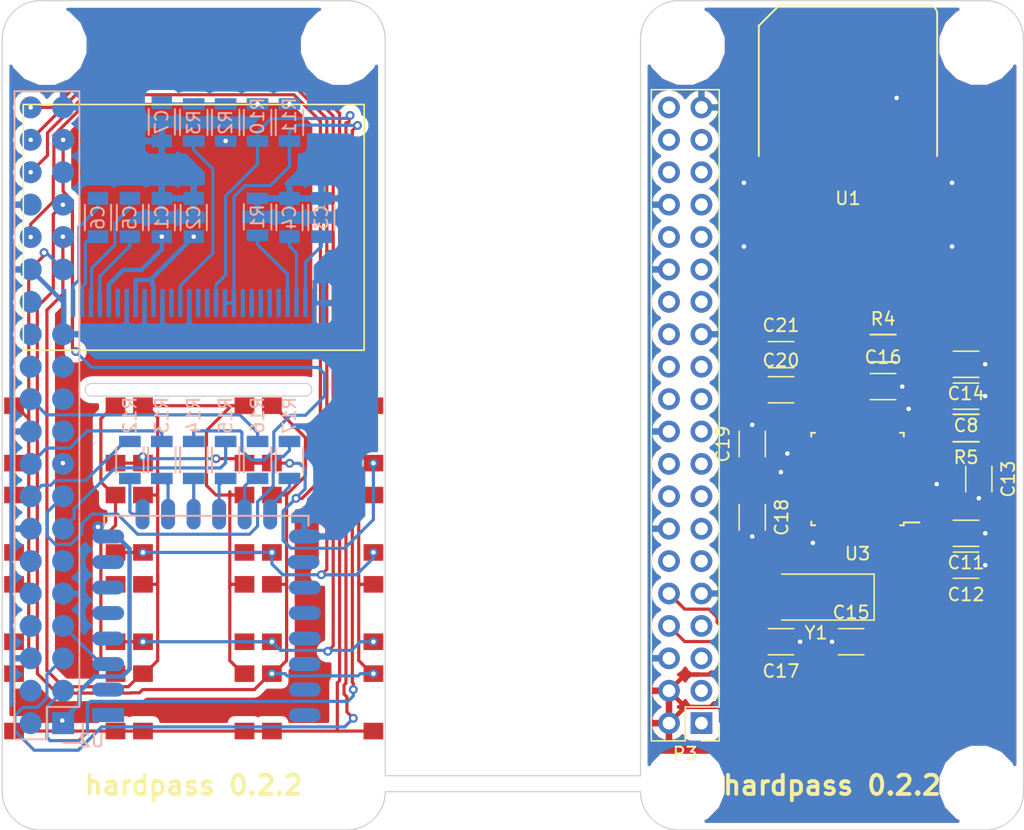
<source format=kicad_pcb>
(kicad_pcb (version 4) (host pcbnew 4.0.6-e0-6349~53~ubuntu16.04.1)
  (layers (0 F.Cu signal) (31 B.Cu signal) (34 B.Paste user) (35 F.Paste user) (36 B.SilkS user) (37 F.SilkS user) (38 B.Mask user) (39 F.Mask user) (44 Edge.Cuts user))
  (net 0 "")
  (net 1 GND)
  (net 2 +3V3)
  (net 3 "Net-(C3-Pad1)")
  (net 4 "Net-(C4-Pad1)")
  (net 5 "Net-(C5-Pad1)")
  (net 6 "Net-(C5-Pad2)")
  (net 7 "Net-(C6-Pad1)")
  (net 8 "Net-(C6-Pad2)")
  (net 9 "Net-(C7-Pad1)")
  (net 10 "Net-(P1-Pad2)")
  (net 11 OLED_SDA)
  (net 12 "Net-(P1-Pad4)")
  (net 13 OLED_SCL)
  (net 14 ESP_CHPD)
  (net 15 UART_TX)
  (net 16 UART_RX)
  (net 17 SHUTDOWN)
  (net 18 "Net-(P1-Pad12)")
  (net 19 SD_D3)
  (net 20 ESP_CLK)
  (net 21 SD_CMD)
  (net 22 SD_D0)
  (net 23 "Net-(P1-Pad19)")
  (net 24 "Net-(P1-Pad21)")
  (net 25 SD_D1)
  (net 26 "Net-(P1-Pad23)")
  (net 27 "Net-(P1-Pad24)")
  (net 28 "Net-(P1-Pad26)")
  (net 29 "Net-(P1-Pad28)")
  (net 30 COL_1)
  (net 31 COL_2)
  (net 32 ROW_1)
  (net 33 COL_3)
  (net 34 "Net-(P1-Pad35)")
  (net 35 ROW_2)
  (net 36 SD_D2)
  (net 37 ROW_3)
  (net 38 ROW_4)
  (net 39 "Net-(P2-Pad26)")
  (net 40 "Net-(P2-Pad14)")
  (net 41 "Net-(R12-Pad1)")
  (net 42 "Net-(R13-Pad1)")
  (net 43 "Net-(R14-Pad1)")
  (net 44 "Net-(R15-Pad1)")
  (net 45 "Net-(R16-Pad1)")
  (net 46 "Net-(R17-Pad1)")
  (net 47 "Net-(U2-Pad1)")
  (net 48 "Net-(U2-Pad2)")
  (net 49 "Net-(U2-Pad4)")
  (net 50 "Net-(U2-Pad5)")
  (net 51 "Net-(U2-Pad6)")
  (net 52 "Net-(U2-Pad7)")
  (net 53 "Net-(U2-Pad16)")
  (net 54 "Net-(U2-Pad17)")
  (net 55 "Net-(U2-Pad18)")
  (net 56 "Net-(U2-Pad19)")
  (net 57 "Net-(U2-Pad20)")
  (net 58 "Net-(U2-Pad21)")
  (net 59 "Net-(U2-Pad22)")
  (net 60 "Net-(P2-Pad7)")
  (net 61 "Net-(P2-Pad13)")
  (net 62 "Net-(P2-Pad16)")
  (net 63 "Net-(P2-Pad17)")
  (net 64 "Net-(P2-Pad21)")
  (net 65 "Net-(P2-Pad22)")
  (net 66 "Net-(P2-Pad23)")
  (net 67 "Net-(P2-Pad24)")
  (net 68 "Net-(P2-Pad25)")
  (net 69 "Net-(C14-Pad2)")
  (net 70 +5V)
  (net 71 "Net-(C13-Pad1)")
  (net 72 "Net-(C15-Pad2)")
  (net 73 "Net-(C16-Pad1)")
  (net 74 "Net-(C17-Pad2)")
  (net 75 "Net-(C20-Pad1)")
  (net 76 "Net-(C20-Pad2)")
  (net 77 "Net-(C21-Pad1)")
  (net 78 "Net-(C21-Pad2)")
  (net 79 "Net-(R4-Pad1)")
  (net 80 "Net-(R5-Pad1)")
  (net 81 "Net-(R5-Pad2)")
  (net 82 "Net-(U1-Pad4)")
  (net 83 "Net-(U1-Pad8)")
  (net 84 "Net-(U3-Pad2)")
  (net 85 "Net-(U3-Pad22)")
  (net 86 "Net-(U3-Pad23)")
  (net 87 "Net-(U3-Pad24)")
  (net 88 "Net-(SW14-Pad2)")
  (net 89 "Net-(U3-Pad29)")
  (net 90 "Net-(U3-Pad30)")
  (net 91 CARD_TX)
  (net 92 CARD_RX)
  (net 93 "Net-(P3-Pad1)")
  (net 94 "Net-(P3-Pad3)")
  (net 95 "Net-(P3-Pad5)")
  (net 96 "Net-(P3-Pad7)")
  (net 97 "Net-(P3-Pad11)")
  (net 98 "Net-(P3-Pad12)")
  (net 99 "Net-(P3-Pad13)")
  (net 100 "Net-(P3-Pad15)")
  (net 101 "Net-(P3-Pad16)")
  (net 102 "Net-(P3-Pad17)")
  (net 103 "Net-(P3-Pad18)")
  (net 104 "Net-(P3-Pad19)")
  (net 105 "Net-(P3-Pad21)")
  (net 106 "Net-(P3-Pad22)")
  (net 107 "Net-(P3-Pad23)")
  (net 108 "Net-(P3-Pad24)")
  (net 109 "Net-(P3-Pad26)")
  (net 110 "Net-(P3-Pad27)")
  (net 111 "Net-(P3-Pad28)")
  (net 112 "Net-(P3-Pad29)")
  (net 113 "Net-(P3-Pad31)")
  (net 114 "Net-(P3-Pad32)")
  (net 115 "Net-(P3-Pad33)")
  (net 116 "Net-(P3-Pad35)")
  (net 117 "Net-(P3-Pad36)")
  (net 118 "Net-(P3-Pad37)")
  (net 119 "Net-(P3-Pad38)")
  (net 120 "Net-(P3-Pad40)")
  (net 121 "Net-(R4-Pad2)")
  (net 122 "Net-(U1-Pad2)")
  (module hardpass:Symbol_GNU-Logo_MaskTop (layer B.Cu) (at 65 21.25 180)
    (fp_text reference REF** hide)
    (fp_text value Symbol_GNU-Logo_MaskTop hide)
  )
  (module RPi_Hat:RPi_Hat_Mounting_Hole (layer F.Cu) (at 53.5 61.5)
    (fp_text reference "" hide)
    (fp_text value "" hide)
    (pad "" np_thru_hole circle (at 0 0) (size 2.75 2.75) (drill 2.75) (layers *.Cu B.Mask) (clearance 1.725))
  )
  (module RPi_Hat:RPi_Hat_Mounting_Hole (layer F.Cu) (at 76.5 61.5)
    (fp_text reference "" hide)
    (fp_text value "" hide)
    (pad "" np_thru_hole circle (at 0 0) (size 2.75 2.75) (drill 2.75) (layers *.Cu *.Mask) (clearance 1.725))
  )
  (module RPi_Hat:RPi_Hat_Mounting_Hole (layer F.Cu) (at 76.5 3.5)
    (fp_text reference "" hide)
    (fp_text value "" hide)
    (pad "" np_thru_hole circle (at 0 0) (size 2.75 2.75) (drill 2.75) (layers *.Cu *.Mask) (clearance 1.725))
  )
  (module RPi_Hat:RPi_Hat_Mounting_Hole (layer F.Cu) (at 53.5 3.5)
    (fp_text reference "" hide)
    (fp_text value "" hide)
    (pad "" np_thru_hole circle (at 0 0) (size 2.75 2.75) (drill 2.75) (layers *.Cu *.Mask) (clearance 1.725))
  )
  (module RPi_Hat:RPi_Hat_Mounting_Hole (layer F.Cu) (at 26.5 3.5)
    (fp_text reference "" hide)
    (fp_text value "" hide)
    (pad "" np_thru_hole circle (at 0 0) (size 2.75 2.75) (drill 2.75) (layers *.Cu *.Mask) (clearance 1.725))
  )
  (module RPi_Hat:RPi_Hat_Mounting_Hole (layer F.Cu) (at 26.5 61.5)
    (fp_text reference "" hide)
    (fp_text value "" hide)
    (pad "" np_thru_hole circle (at 0 0) (size 2.75 2.75) (drill 2.75) (layers *.Cu *.Mask) (clearance 1.725))
  )
  (module RPi_Hat:RPi_Hat_Mounting_Hole (layer F.Cu) (at 3.5 61.5)
    (fp_text reference "" hide)
    (fp_text value "" hide)
    (pad "" np_thru_hole circle (at 0 0) (size 2.75 2.75) (drill 2.75) (layers *.Cu *.Mask) (clearance 1.725))
  )
  (module Capacitors_SMD:C_1206 (layer F.Cu) (at 75.5 31 180)
    (fp_text reference C8 (at 0 -2.3 180) (layer F.SilkS))
    (fp_text value 220nF)
    (pad 1 smd rect (at -1.5 0 180) (size 1 1.6) (layers F.Cu F.Paste F.Mask) (net 1 GND))
    (pad 2 smd rect (at 1.5 0 180) (size 1 1.6) (layers F.Cu F.Paste F.Mask) (net 69 "Net-(C14-Pad2)"))
  )
  (module Capacitors_SMD:C_1206 (layer F.Cu) (at 75.5 28.5 180)
    (fp_text reference C14 (at 0 -2.3 180) (layer F.SilkS))
    (fp_text value 100pF)
    (pad 1 smd rect (at -1.5 0 180) (size 1 1.6) (layers F.Cu F.Paste F.Mask) (net 1 GND))
    (pad 2 smd rect (at 1.5 0 180) (size 1 1.6) (layers F.Cu F.Paste F.Mask) (net 69 "Net-(C14-Pad2)"))
  )
  (module adafruit-oled:UG-2864HSWEG01_0.96IN_WRAPAROUND (layer F.Cu) (at 15 22.5)
    (fp_text reference P2 hide)
    (fp_text value OLED_I2C hide)
    (pad 1 smd rect (at -10.15 1.2 90) (size 2.2 0.35) (layers B.Cu B.Paste B.Mask) (net 1 GND))
    (pad 2 smd rect (at -9.45 1.2 90) (size 2.2 0.35) (layers B.Cu B.Paste B.Mask) (net 7 "Net-(C6-Pad1)"))
    (pad 3 smd rect (at -8.75 1.2 90) (size 2.2 0.35) (layers B.Cu B.Paste B.Mask) (net 8 "Net-(C6-Pad2)"))
    (pad 4 smd rect (at -8.05 1.2 90) (size 2.2 0.35) (layers B.Cu B.Paste B.Mask) (net 5 "Net-(C5-Pad1)"))
    (pad 5 smd rect (at -7.35 1.2 90) (size 2.2 0.35) (layers B.Cu B.Paste B.Mask) (net 6 "Net-(C5-Pad2)"))
    (pad 6 smd rect (at -6.65 1.2 90) (size 2.2 0.35) (layers B.Cu B.Paste B.Mask) (net 2 +3V3))
    (pad 7 smd rect (at -5.95 1.2 90) (size 2.2 0.35) (layers B.Cu B.Paste B.Mask) (net 60 "Net-(P2-Pad7)"))
    (pad 8 smd rect (at -5.25 1.2 90) (size 2.2 0.35) (layers B.Cu B.Paste B.Mask) (net 1 GND))
    (pad 9 smd rect (at -4.55 1.2 90) (size 2.2 0.35) (layers B.Cu B.Paste B.Mask) (net 2 +3V3))
    (pad 10 smd rect (at -3.85 1.2 90) (size 2.2 0.35) (layers B.Cu B.Paste B.Mask) (net 1 GND))
    (pad 11 smd rect (at -3.15 1.2 90) (size 2.2 0.35) (layers B.Cu B.Paste B.Mask) (net 2 +3V3))
    (pad 12 smd rect (at -2.45 1.2 90) (size 2.2 0.35) (layers B.Cu B.Paste B.Mask) (net 1 GND))
    (pad 13 smd rect (at -1.75 1.2 90) (size 2.2 0.35) (layers B.Cu B.Paste B.Mask) (net 61 "Net-(P2-Pad13)"))
    (pad 14 smd rect (at -1.05 1.2 90) (size 2.2 0.35) (layers B.Cu B.Paste B.Mask) (net 40 "Net-(P2-Pad14)"))
    (pad 15 smd rect (at -0.35 1.2 90) (size 2.2 0.35) (layers B.Cu B.Paste B.Mask) (net 1 GND))
    (pad 16 smd rect (at 0.35 1.2 90) (size 2.2 0.35) (layers B.Cu B.Paste B.Mask) (net 62 "Net-(P2-Pad16)"))
    (pad 17 smd rect (at 1.05 1.2 90) (size 2.2 0.35) (layers B.Cu B.Paste B.Mask) (net 63 "Net-(P2-Pad17)"))
    (pad 18 smd rect (at 1.75 1.2 90) (size 2.2 0.35) (layers B.Cu B.Paste B.Mask) (net 13 OLED_SCL))
    (pad 19 smd rect (at 2.45 1.2 90) (size 2.2 0.35) (layers B.Cu B.Paste B.Mask) (net 11 OLED_SDA))
    (pad 20 smd rect (at 3.15 1.2 90) (size 2.2 0.35) (layers B.Cu B.Paste B.Mask) (net 11 OLED_SDA))
    (pad 21 smd rect (at 3.85 1.2 90) (size 2.2 0.35) (layers B.Cu B.Paste B.Mask) (net 64 "Net-(P2-Pad21)"))
    (pad 22 smd rect (at 4.55 1.2 90) (size 2.2 0.35) (layers B.Cu B.Paste B.Mask) (net 65 "Net-(P2-Pad22)"))
    (pad 23 smd rect (at 5.25 1.2 90) (size 2.2 0.35) (layers B.Cu B.Paste B.Mask) (net 66 "Net-(P2-Pad23)"))
    (pad 24 smd rect (at 5.95 1.2 90) (size 2.2 0.35) (layers B.Cu B.Paste B.Mask) (net 67 "Net-(P2-Pad24)"))
    (pad 25 smd rect (at 6.65 1.2 90) (size 2.2 0.35) (layers B.Cu B.Paste B.Mask) (net 68 "Net-(P2-Pad25)"))
    (pad 26 smd rect (at 7.35 1.2 90) (size 2.2 0.35) (layers B.Cu B.Paste B.Mask) (net 39 "Net-(P2-Pad26)"))
    (pad 27 smd rect (at 8.05 1.2 90) (size 2.2 0.35) (layers B.Cu B.Paste B.Mask) (net 4 "Net-(C4-Pad1)"))
    (pad 28 smd rect (at 8.75 1.2 90) (size 2.2 0.35) (layers B.Cu B.Paste B.Mask) (net 3 "Net-(C3-Pad1)"))
    (pad 29 smd rect (at 9.45 1.2 90) (size 2.2 0.35) (layers B.Cu B.Paste B.Mask) (net 1 GND))
    (pad 30 smd rect (at 10.15 1.2 90) (size 2.2 0.35) (layers B.Cu B.Paste B.Mask) (net 1 GND))
  )
  (module Capacitors_SMD:C_1206 (layer B.Cu) (at 12.5 17 270)
    (fp_text reference C1 (at 0 0 270) (layer B.SilkS) (effects (justify mirror)))
    (fp_text value 1µF)
    (pad 1 smd rect (at -1.5 0 270) (size 1 1.6) (layers B.Cu B.Paste B.Mask) (net 1 GND))
    (pad 2 smd rect (at 1.5 0 270) (size 1 1.6) (layers B.Cu B.Paste B.Mask) (net 2 +3V3))
  )
  (module Capacitors_SMD:C_1206 (layer B.Cu) (at 15 17 270)
    (fp_text reference C2 (at 0 0 270) (layer B.SilkS) (effects (justify mirror)))
    (fp_text value 1µF)
    (pad 1 smd rect (at -1.5 0 270) (size 1 1.6) (layers B.Cu B.Paste B.Mask) (net 1 GND))
    (pad 2 smd rect (at 1.5 0 270) (size 1 1.6) (layers B.Cu B.Paste B.Mask) (net 2 +3V3))
  )
  (module Capacitors_SMD:C_1206 (layer B.Cu) (at 25 17 90)
    (fp_text reference C3 (at 0 0 90) (layer B.SilkS) (effects (justify mirror)))
    (fp_text value 2.2µF)
    (pad 1 smd rect (at -1.5 0 90) (size 1 1.6) (layers B.Cu B.Paste B.Mask) (net 3 "Net-(C3-Pad1)"))
    (pad 2 smd rect (at 1.5 0 90) (size 1 1.6) (layers B.Cu B.Paste B.Mask) (net 1 GND))
  )
  (module Capacitors_SMD:C_1206 (layer B.Cu) (at 22.5 17 90)
    (fp_text reference C4 (at 0 0 90) (layer B.SilkS) (effects (justify mirror)))
    (fp_text value 4.7µF)
    (pad 1 smd rect (at -1.5 0 90) (size 1 1.6) (layers B.Cu B.Paste B.Mask) (net 4 "Net-(C4-Pad1)"))
    (pad 2 smd rect (at 1.5 0 90) (size 1 1.6) (layers B.Cu B.Paste B.Mask) (net 1 GND))
  )
  (module Capacitors_SMD:C_1206 (layer B.Cu) (at 10 17 270)
    (fp_text reference C5 (at 0 0 270) (layer B.SilkS) (effects (justify mirror)))
    (fp_text value 1µF)
    (pad 1 smd rect (at -1.5 0 270) (size 1 1.6) (layers B.Cu B.Paste B.Mask) (net 5 "Net-(C5-Pad1)"))
    (pad 2 smd rect (at 1.5 0 270) (size 1 1.6) (layers B.Cu B.Paste B.Mask) (net 6 "Net-(C5-Pad2)"))
  )
  (module Capacitors_SMD:C_1206 (layer B.Cu) (at 7.5 17 270)
    (fp_text reference C6 (at 0 0 270) (layer B.SilkS) (effects (justify mirror)))
    (fp_text value 1µF)
    (pad 1 smd rect (at -1.5 0 270) (size 1 1.6) (layers B.Cu B.Paste B.Mask) (net 7 "Net-(C6-Pad1)"))
    (pad 2 smd rect (at 1.5 0 270) (size 1 1.6) (layers B.Cu B.Paste B.Mask) (net 8 "Net-(C6-Pad2)"))
  )
  (module Capacitors_SMD:C_1206 (layer B.Cu) (at 12.5 9.5 270)
    (fp_text reference C7 (at 0 0 270) (layer B.SilkS) (effects (justify mirror)))
    (fp_text value 0.1µF)
    (pad 1 smd rect (at -1.5 0 270) (size 1 1.6) (layers B.Cu B.Paste B.Mask) (net 9 "Net-(C7-Pad1)"))
    (pad 2 smd rect (at 1.5 0 270) (size 1 1.6) (layers B.Cu B.Paste B.Mask) (net 1 GND))
  )
  (module Resistors_SMD:R_1206 (layer B.Cu) (at 20 16.95 90)
    (fp_text reference R1 (at 0 0 90) (layer B.SilkS) (effects (justify mirror)))
    (fp_text value 390k)
    (pad 1 smd rect (at -1.45 0 90) (size 0.9 1.7) (layers B.Cu B.Paste B.Mask) (net 39 "Net-(P2-Pad26)"))
    (pad 2 smd rect (at 1.45 0 90) (size 0.9 1.7) (layers B.Cu B.Paste B.Mask) (net 1 GND))
  )
  (module Resistors_SMD:R_1206 (layer B.Cu) (at 17.5 9.55 270)
    (fp_text reference R2 (at 0 0 270) (layer B.SilkS) (effects (justify mirror)))
    (fp_text value 100k)
    (pad 1 smd rect (at -1.45 0 270) (size 0.9 1.7) (layers B.Cu B.Paste B.Mask) (net 9 "Net-(C7-Pad1)"))
    (pad 2 smd rect (at 1.45 0 270) (size 0.9 1.7) (layers B.Cu B.Paste B.Mask) (net 2 +3V3))
  )
  (module Resistors_SMD:R_1206 (layer B.Cu) (at 15 9.55 90)
    (fp_text reference R3 (at 0 0 90) (layer B.SilkS) (effects (justify mirror)))
    (fp_text value 100k)
    (pad 1 smd rect (at -1.45 0 90) (size 0.9 1.7) (layers B.Cu B.Paste B.Mask) (net 40 "Net-(P2-Pad14)"))
    (pad 2 smd rect (at 1.45 0 90) (size 0.9 1.7) (layers B.Cu B.Paste B.Mask) (net 9 "Net-(C7-Pad1)"))
  )
  (module Resistors_SMD:R_1206 (layer B.Cu) (at 20 9.55 90)
    (fp_text reference R10 (at 0.5 0 90) (layer B.SilkS) (effects (justify mirror)))
    (fp_text value 10k)
    (pad 1 smd rect (at -1.45 0 90) (size 0.9 1.7) (layers B.Cu B.Paste B.Mask) (net 13 OLED_SCL))
    (pad 2 smd rect (at 1.45 0 90) (size 0.9 1.7) (layers B.Cu B.Paste B.Mask) (net 2 +3V3))
  )
  (module Resistors_SMD:R_1206 (layer B.Cu) (at 22.5 9.55 90)
    (fp_text reference R11 (at 0.5 0 90) (layer B.SilkS) (effects (justify mirror)))
    (fp_text value 10k)
    (pad 1 smd rect (at -1.45 0 90) (size 0.9 1.7) (layers B.Cu B.Paste B.Mask) (net 11 OLED_SDA))
    (pad 2 smd rect (at 1.45 0 90) (size 0.9 1.7) (layers B.Cu B.Paste B.Mask) (net 2 +3V3))
  )
  (module Resistors_SMD:R_1206 (layer B.Cu) (at 10 36 90)
    (fp_text reference R12 (at 3.5 0 90) (layer B.SilkS) (effects (justify mirror)))
    (fp_text value 33)
    (pad 1 smd rect (at -1.45 0 90) (size 0.9 1.7) (layers B.Cu B.Paste B.Mask) (net 41 "Net-(R12-Pad1)"))
    (pad 2 smd rect (at 1.45 0 90) (size 0.9 1.7) (layers B.Cu B.Paste B.Mask) (net 21 SD_CMD))
  )
  (module Resistors_SMD:R_1206 (layer B.Cu) (at 12.5 36 90)
    (fp_text reference R13 (at 3.5 0 90) (layer B.SilkS) (effects (justify mirror)))
    (fp_text value 33)
    (pad 1 smd rect (at -1.45 0 90) (size 0.9 1.7) (layers B.Cu B.Paste B.Mask) (net 42 "Net-(R13-Pad1)"))
    (pad 2 smd rect (at 1.45 0 90) (size 0.9 1.7) (layers B.Cu B.Paste B.Mask) (net 22 SD_D0))
  )
  (module Resistors_SMD:R_1206 (layer B.Cu) (at 15 36 90)
    (fp_text reference R14 (at 3.5 0 90) (layer B.SilkS) (effects (justify mirror)))
    (fp_text value 33)
    (pad 1 smd rect (at -1.45 0 90) (size 0.9 1.7) (layers B.Cu B.Paste B.Mask) (net 43 "Net-(R14-Pad1)"))
    (pad 2 smd rect (at 1.45 0 90) (size 0.9 1.7) (layers B.Cu B.Paste B.Mask) (net 36 SD_D2))
  )
  (module Resistors_SMD:R_1206 (layer B.Cu) (at 17.5 36 90)
    (fp_text reference R15 (at 3.5 0 90) (layer B.SilkS) (effects (justify mirror)))
    (fp_text value 33)
    (pad 1 smd rect (at -1.45 0 90) (size 0.9 1.7) (layers B.Cu B.Paste B.Mask) (net 44 "Net-(R15-Pad1)"))
    (pad 2 smd rect (at 1.45 0 90) (size 0.9 1.7) (layers B.Cu B.Paste B.Mask) (net 19 SD_D3))
  )
  (module Resistors_SMD:R_1206 (layer B.Cu) (at 20 36 90)
    (fp_text reference R16 (at 3.5 0 90) (layer B.SilkS) (effects (justify mirror)))
    (fp_text value 33)
    (pad 1 smd rect (at -1.45 0 90) (size 0.9 1.7) (layers B.Cu B.Paste B.Mask) (net 45 "Net-(R16-Pad1)"))
    (pad 2 smd rect (at 1.45 0 90) (size 0.9 1.7) (layers B.Cu B.Paste B.Mask) (net 25 SD_D1))
  )
  (module Resistors_SMD:R_1206 (layer B.Cu) (at 22.5 36 90)
    (fp_text reference R17 (at 3.5 0 90) (layer B.SilkS) (effects (justify mirror)))
    (fp_text value 33)
    (pad 1 smd rect (at -1.45 0 90) (size 0.9 1.7) (layers B.Cu B.Paste B.Mask) (net 46 "Net-(R17-Pad1)"))
    (pad 2 smd rect (at 1.45 0 90) (size 0.9 1.7) (layers B.Cu B.Paste B.Mask) (net 20 ESP_CLK))
  )
  (module hardpass:ESP-12E_smd (layer B.Cu) (at 9 56)
    (fp_text reference U2 (at -2 2) (layer B.SilkS) (effects (justify mirror)))
    (fp_text value ESP-12E)
    (pad 1 smd rect (at 0 0) (size 2.5 1.1) (drill (offset -0.7 0)) (layers B.Cu B.Paste B.Mask) (net 47 "Net-(U2-Pad1)"))
    (pad 2 smd oval (at 0 -2) (size 2.5 1.1) (drill (offset -0.7 0)) (layers B.Cu B.Paste B.Mask) (net 48 "Net-(U2-Pad2)"))
    (pad 3 smd oval (at 0 -4) (size 2.5 1.1) (drill (offset -0.7 0)) (layers B.Cu B.Paste B.Mask) (net 14 ESP_CHPD))
    (pad 4 smd oval (at 0 -6) (size 2.5 1.1) (drill (offset -0.7 0)) (layers B.Cu B.Paste B.Mask) (net 49 "Net-(U2-Pad4)"))
    (pad 5 smd oval (at 0 -8) (size 2.5 1.1) (drill (offset -0.7 0)) (layers B.Cu B.Paste B.Mask) (net 50 "Net-(U2-Pad5)"))
    (pad 6 smd oval (at 0 -10) (size 2.5 1.1) (drill (offset -0.7 0)) (layers B.Cu B.Paste B.Mask) (net 51 "Net-(U2-Pad6)"))
    (pad 7 smd oval (at 0 -12) (size 2.5 1.1) (drill (offset -0.7 0)) (layers B.Cu B.Paste B.Mask) (net 52 "Net-(U2-Pad7)"))
    (pad 8 smd oval (at 0 -14) (size 2.5 1.1) (drill (offset -0.7 0)) (layers B.Cu B.Paste B.Mask) (net 2 +3V3))
    (pad 9 smd oval (at 1.99 -15.75 270) (size 2.4 1.1) (layers B.Cu B.Paste B.Mask) (net 41 "Net-(R12-Pad1)"))
    (pad 10 smd oval (at 3.99 -15.75 270) (size 2.4 1.1) (layers B.Cu B.Paste B.Mask) (net 42 "Net-(R13-Pad1)"))
    (pad 11 smd oval (at 5.99 -15.75 270) (size 2.4 1.1) (layers B.Cu B.Paste B.Mask) (net 43 "Net-(R14-Pad1)"))
    (pad 12 smd oval (at 7.99 -15.75 270) (size 2.4 1.1) (layers B.Cu B.Paste B.Mask) (net 44 "Net-(R15-Pad1)"))
    (pad 13 smd oval (at 9.99 -15.75 270) (size 2.4 1.1) (layers B.Cu B.Paste B.Mask) (net 45 "Net-(R16-Pad1)"))
    (pad 14 smd oval (at 11.99 -15.75 270) (size 2.4 1.1) (layers B.Cu B.Paste B.Mask) (net 46 "Net-(R17-Pad1)"))
    (pad 15 smd oval (at 14 -14) (size 2.5 1.1) (drill (offset 0.7 0)) (layers B.Cu B.Paste B.Mask) (net 1 GND))
    (pad 16 smd oval (at 14 -12) (size 2.5 1.1) (drill (offset 0.6 0)) (layers B.Cu B.Paste B.Mask) (net 53 "Net-(U2-Pad16)"))
    (pad 17 smd oval (at 14 -10) (size 2.5 1.1) (drill (offset 0.7 0)) (layers B.Cu B.Paste B.Mask) (net 54 "Net-(U2-Pad17)"))
    (pad 18 smd oval (at 14 -8) (size 2.5 1.1) (drill (offset 0.7 0)) (layers B.Cu B.Paste B.Mask) (net 55 "Net-(U2-Pad18)"))
    (pad 19 smd oval (at 14 -6) (size 2.5 1.1) (drill (offset 0.7 0)) (layers B.Cu B.Paste B.Mask) (net 56 "Net-(U2-Pad19)"))
    (pad 20 smd oval (at 14 -4) (size 2.5 1.1) (drill (offset 0.7 0)) (layers B.Cu B.Paste B.Mask) (net 57 "Net-(U2-Pad20)"))
    (pad 21 smd oval (at 14 -2) (size 2.5 1.1) (drill (offset 0.7 0)) (layers B.Cu B.Paste B.Mask) (net 58 "Net-(U2-Pad21)"))
    (pad 22 smd oval (at 14 0) (size 2.5 1.1) (drill (offset 0.7 0)) (layers B.Cu B.Paste B.Mask) (net 59 "Net-(U2-Pad22)"))
  )
  (module hardpass:SW_SPST_PTS645_nosilk (layer F.Cu) (at 25.1 55)
    (fp_text reference SW12 hide)
    (fp_text value OK/DN)
    (pad 2 smd rect (at -3.975 2.25) (size 1.55 1.3) (layers F.Cu F.Paste F.Mask) (net 38 ROW_4))
    (pad 1 smd rect (at -3.975 -2.25) (size 1.55 1.3) (layers F.Cu F.Paste F.Mask) (net 33 COL_3))
    (pad 1 smd rect (at 3.975 -2.25) (size 1.55 1.3) (layers F.Cu F.Paste F.Mask) (net 33 COL_3))
    (pad 2 smd rect (at 3.975 2.25) (size 1.55 1.3) (layers F.Cu F.Paste F.Mask) (net 38 ROW_4))
  )
  (module hardpass:SW_SPST_PTS645_nosilk (layer F.Cu) (at 15 55)
    (fp_text reference SW11 hide)
    (fp_text value 0/OK)
    (pad 2 smd rect (at -3.975 2.25) (size 1.55 1.3) (layers F.Cu F.Paste F.Mask) (net 38 ROW_4))
    (pad 1 smd rect (at -3.975 -2.25) (size 1.55 1.3) (layers F.Cu F.Paste F.Mask) (net 31 COL_2))
    (pad 1 smd rect (at 3.975 -2.25) (size 1.55 1.3) (layers F.Cu F.Paste F.Mask) (net 31 COL_2))
    (pad 2 smd rect (at 3.975 2.25) (size 1.55 1.3) (layers F.Cu F.Paste F.Mask) (net 38 ROW_4))
  )
  (module hardpass:SW_SPST_PTS645_nosilk (layer F.Cu) (at 4.9 55)
    (fp_text reference SW10 hide)
    (fp_text value C/UP)
    (pad 2 smd rect (at -3.975 2.25) (size 1.55 1.3) (layers F.Cu F.Paste F.Mask) (net 38 ROW_4))
    (pad 1 smd rect (at -3.975 -2.25) (size 1.55 1.3) (layers F.Cu F.Paste F.Mask) (net 30 COL_1))
    (pad 1 smd rect (at 3.975 -2.25) (size 1.55 1.3) (layers F.Cu F.Paste F.Mask) (net 30 COL_1))
    (pad 2 smd rect (at 3.975 2.25) (size 1.55 1.3) (layers F.Cu F.Paste F.Mask) (net 38 ROW_4))
  )
  (module hardpass:SW_SPST_PTS645_nosilk (layer F.Cu) (at 25.1 48)
    (fp_text reference SW9 hide)
    (fp_text value 9)
    (pad 2 smd rect (at -3.975 2.25) (size 1.55 1.3) (layers F.Cu F.Paste F.Mask) (net 37 ROW_3))
    (pad 1 smd rect (at -3.975 -2.25) (size 1.55 1.3) (layers F.Cu F.Paste F.Mask) (net 33 COL_3))
    (pad 1 smd rect (at 3.975 -2.25) (size 1.55 1.3) (layers F.Cu F.Paste F.Mask) (net 33 COL_3))
    (pad 2 smd rect (at 3.975 2.25) (size 1.55 1.3) (layers F.Cu F.Paste F.Mask) (net 37 ROW_3))
  )
  (module hardpass:SW_SPST_PTS645_nosilk (layer F.Cu) (at 15 48)
    (fp_text reference SW8 hide)
    (fp_text value 8)
    (pad 2 smd rect (at -3.975 2.25) (size 1.55 1.3) (layers F.Cu F.Paste F.Mask) (net 37 ROW_3))
    (pad 1 smd rect (at -3.975 -2.25) (size 1.55 1.3) (layers F.Cu F.Paste F.Mask) (net 31 COL_2))
    (pad 1 smd rect (at 3.975 -2.25) (size 1.55 1.3) (layers F.Cu F.Paste F.Mask) (net 31 COL_2))
    (pad 2 smd rect (at 3.975 2.25) (size 1.55 1.3) (layers F.Cu F.Paste F.Mask) (net 37 ROW_3))
  )
  (module hardpass:SW_SPST_PTS645_nosilk (layer F.Cu) (at 4.9 48)
    (fp_text reference SW7 hide)
    (fp_text value 7)
    (pad 2 smd rect (at -3.975 2.25) (size 1.55 1.3) (layers F.Cu F.Paste F.Mask) (net 37 ROW_3))
    (pad 1 smd rect (at -3.975 -2.25) (size 1.55 1.3) (layers F.Cu F.Paste F.Mask) (net 30 COL_1))
    (pad 1 smd rect (at 3.975 -2.25) (size 1.55 1.3) (layers F.Cu F.Paste F.Mask) (net 30 COL_1))
    (pad 2 smd rect (at 3.975 2.25) (size 1.55 1.3) (layers F.Cu F.Paste F.Mask) (net 37 ROW_3))
  )
  (module hardpass:SW_SPST_PTS645_nosilk (layer F.Cu) (at 25.1 41)
    (fp_text reference SW6 hide)
    (fp_text value 6)
    (pad 2 smd rect (at -3.975 2.25) (size 1.55 1.3) (layers F.Cu F.Paste F.Mask) (net 35 ROW_2))
    (pad 1 smd rect (at -3.975 -2.25) (size 1.55 1.3) (layers F.Cu F.Paste F.Mask) (net 33 COL_3))
    (pad 1 smd rect (at 3.975 -2.25) (size 1.55 1.3) (layers F.Cu F.Paste F.Mask) (net 33 COL_3))
    (pad 2 smd rect (at 3.975 2.25) (size 1.55 1.3) (layers F.Cu F.Paste F.Mask) (net 35 ROW_2))
  )
  (module hardpass:SW_SPST_PTS645_nosilk (layer F.Cu) (at 15 41)
    (fp_text reference SW5 hide)
    (fp_text value 5)
    (pad 2 smd rect (at -3.975 2.25) (size 1.55 1.3) (layers F.Cu F.Paste F.Mask) (net 35 ROW_2))
    (pad 1 smd rect (at -3.975 -2.25) (size 1.55 1.3) (layers F.Cu F.Paste F.Mask) (net 31 COL_2))
    (pad 1 smd rect (at 3.975 -2.25) (size 1.55 1.3) (layers F.Cu F.Paste F.Mask) (net 31 COL_2))
    (pad 2 smd rect (at 3.975 2.25) (size 1.55 1.3) (layers F.Cu F.Paste F.Mask) (net 35 ROW_2))
  )
  (module hardpass:SW_SPST_PTS645_nosilk (layer F.Cu) (at 4.9 41)
    (fp_text reference SW4 hide)
    (fp_text value 4)
    (pad 2 smd rect (at -3.975 2.25) (size 1.55 1.3) (layers F.Cu F.Paste F.Mask) (net 35 ROW_2))
    (pad 1 smd rect (at -3.975 -2.25) (size 1.55 1.3) (layers F.Cu F.Paste F.Mask) (net 30 COL_1))
    (pad 1 smd rect (at 3.975 -2.25) (size 1.55 1.3) (layers F.Cu F.Paste F.Mask) (net 30 COL_1))
    (pad 2 smd rect (at 3.975 2.25) (size 1.55 1.3) (layers F.Cu F.Paste F.Mask) (net 35 ROW_2))
  )
  (module hardpass:SW_SPST_PTS645_nosilk (layer F.Cu) (at 25.1 34)
    (fp_text reference SW3 hide)
    (fp_text value 3)
    (pad 2 smd rect (at -3.975 2.25) (size 1.55 1.3) (layers F.Cu F.Paste F.Mask) (net 32 ROW_1))
    (pad 1 smd rect (at -3.975 -2.25) (size 1.55 1.3) (layers F.Cu F.Paste F.Mask) (net 33 COL_3))
    (pad 1 smd rect (at 3.975 -2.25) (size 1.55 1.3) (layers F.Cu F.Paste F.Mask) (net 33 COL_3))
    (pad 2 smd rect (at 3.975 2.25) (size 1.55 1.3) (layers F.Cu F.Paste F.Mask) (net 32 ROW_1))
  )
  (module hardpass:SW_SPST_PTS645_nosilk (layer F.Cu) (at 15 34)
    (fp_text reference SW2 hide)
    (fp_text value 2)
    (pad 2 smd rect (at -3.975 2.25) (size 1.55 1.3) (layers F.Cu F.Paste F.Mask) (net 32 ROW_1))
    (pad 1 smd rect (at -3.975 -2.25) (size 1.55 1.3) (layers F.Cu F.Paste F.Mask) (net 31 COL_2))
    (pad 1 smd rect (at 3.975 -2.25) (size 1.55 1.3) (layers F.Cu F.Paste F.Mask) (net 31 COL_2))
    (pad 2 smd rect (at 3.975 2.25) (size 1.55 1.3) (layers F.Cu F.Paste F.Mask) (net 32 ROW_1))
  )
  (module hardpass:SW_SPST_PTS645_nosilk (layer F.Cu) (at 4.9 34)
    (fp_text reference SW1 hide)
    (fp_text value 1)
    (pad 2 smd rect (at -3.975 2.25) (size 1.55 1.3) (layers F.Cu F.Paste F.Mask) (net 32 ROW_1))
    (pad 1 smd rect (at -3.975 -2.25) (size 1.55 1.3) (layers F.Cu F.Paste F.Mask) (net 30 COL_1))
    (pad 1 smd rect (at 3.975 -2.25) (size 1.55 1.3) (layers F.Cu F.Paste F.Mask) (net 30 COL_1))
    (pad 2 smd rect (at 3.975 2.25) (size 1.55 1.3) (layers F.Cu F.Paste F.Mask) (net 32 ROW_1))
  )
  (module hardpass:Pin_Header_Mirrored-NoHoles_centered_2x20 (layer B.Cu) (at 3.5 32.5)
    (fp_text reference P1 hide)
    (fp_text value Pi_Zero hide)
    (pad 1 smd rect (at 1.2697 24.13 180) (size 1.7272 1.7272) (layers B.Cu B.Paste B.Mask) (net 2 +3V3))
    (pad 2 smd oval (at -1.2703 24.13 180) (size 1.7272 1.7272) (layers B.Cu B.Paste B.Mask) (net 10 "Net-(P1-Pad2)"))
    (pad 3 smd oval (at 1.2697 21.59 180) (size 1.7272 1.7272) (layers B.Cu B.Paste B.Mask) (net 11 OLED_SDA))
    (pad 4 smd oval (at -1.2703 21.59 180) (size 1.7272 1.7272) (layers B.Cu B.Paste B.Mask) (net 12 "Net-(P1-Pad4)"))
    (pad 5 smd oval (at 1.2697 19.05 180) (size 1.7272 1.7272) (layers B.Cu B.Paste B.Mask) (net 13 OLED_SCL))
    (pad 6 smd oval (at -1.2703 19.05 180) (size 1.7272 1.7272) (layers B.Cu B.Paste B.Mask) (net 1 GND))
    (pad 7 smd oval (at 1.2697 16.51 180) (size 1.7272 1.7272) (layers B.Cu B.Paste B.Mask) (net 14 ESP_CHPD))
    (pad 8 smd oval (at -1.2703 16.51 180) (size 1.7272 1.7272) (layers B.Cu B.Paste B.Mask) (net 15 UART_TX))
    (pad 9 smd oval (at 1.2697 13.97 180) (size 1.7272 1.7272) (layers B.Cu B.Paste B.Mask) (net 1 GND))
    (pad 10 smd oval (at -1.2703 13.97 180) (size 1.7272 1.7272) (layers B.Cu B.Paste B.Mask) (net 16 UART_RX))
    (pad 11 smd oval (at 1.2697 11.43 180) (size 1.7272 1.7272) (layers B.Cu B.Paste B.Mask) (net 17 SHUTDOWN))
    (pad 12 smd oval (at -1.2703 11.43 180) (size 1.7272 1.7272) (layers B.Cu B.Paste B.Mask) (net 18 "Net-(P1-Pad12)"))
    (pad 13 smd oval (at 1.2697 8.89 180) (size 1.7272 1.7272) (layers B.Cu B.Paste B.Mask) (net 19 SD_D3))
    (pad 14 smd oval (at -1.2703 8.89 180) (size 1.7272 1.7272) (layers B.Cu B.Paste B.Mask) (net 1 GND))
    (pad 15 smd oval (at 1.2697 6.35 180) (size 1.7272 1.7272) (layers B.Cu B.Paste B.Mask) (net 20 ESP_CLK))
    (pad 16 smd oval (at -1.2703 6.35 180) (size 1.7272 1.7272) (layers B.Cu B.Paste B.Mask) (net 21 SD_CMD))
    (pad 17 smd oval (at 1.2697 3.81 180) (size 1.7272 1.7272) (layers B.Cu B.Paste B.Mask) (net 2 +3V3))
    (pad 18 smd oval (at -1.2703 3.81 180) (size 1.7272 1.7272) (layers B.Cu B.Paste B.Mask) (net 22 SD_D0))
    (pad 19 smd oval (at 1.2697 1.27 180) (size 1.7272 1.7272) (layers B.Cu B.Paste B.Mask) (net 23 "Net-(P1-Pad19)"))
    (pad 20 smd oval (at -1.2703 1.27 180) (size 1.7272 1.7272) (layers B.Cu B.Paste B.Mask) (net 1 GND))
    (pad 21 smd oval (at 1.2697 -1.27 180) (size 1.7272 1.7272) (layers B.Cu B.Paste B.Mask) (net 24 "Net-(P1-Pad21)"))
    (pad 22 smd oval (at -1.2703 -1.27 180) (size 1.7272 1.7272) (layers B.Cu B.Paste B.Mask) (net 25 SD_D1))
    (pad 23 smd oval (at 1.2697 -3.81 180) (size 1.7272 1.7272) (layers B.Cu B.Paste B.Mask) (net 26 "Net-(P1-Pad23)"))
    (pad 24 smd oval (at -1.2703 -3.81 180) (size 1.7272 1.7272) (layers B.Cu B.Paste B.Mask) (net 27 "Net-(P1-Pad24)"))
    (pad 26 smd oval (at -1.2703 -6.35 180) (size 1.7272 1.7272) (layers B.Cu B.Paste B.Mask) (net 28 "Net-(P1-Pad26)"))
    (pad 28 smd oval (at -1.2703 -8.89 180) (size 1.7272 1.7272) (layers B.Cu B.Paste B.Mask) (net 29 "Net-(P1-Pad28)"))
    (pad 29 smd oval (at 1.2697 -11.43 180) (size 1.7272 1.7272) (layers B.Cu B.Paste B.Mask) (net 30 COL_1))
    (pad 30 smd oval (at -1.2703 -11.43 180) (size 1.7272 1.7272) (layers B.Cu B.Paste B.Mask) (net 1 GND))
    (pad 31 smd oval (at 1.2697 -13.97 180) (size 1.7272 1.7272) (layers B.Cu B.Paste B.Mask) (net 31 COL_2))
    (pad 32 smd oval (at -1.2703 -13.97 180) (size 1.7272 1.7272) (layers B.Cu B.Paste B.Mask) (net 32 ROW_1))
    (pad 33 smd oval (at 1.2697 -16.51 180) (size 1.7272 1.7272) (layers B.Cu B.Paste B.Mask) (net 33 COL_3))
    (pad 34 smd oval (at -1.2703 -16.51 180) (size 1.7272 1.7272) (layers B.Cu B.Paste B.Mask) (net 1 GND))
    (pad 35 smd oval (at 1.2697 -19.05 180) (size 1.7272 1.7272) (layers B.Cu B.Paste B.Mask) (net 34 "Net-(P1-Pad35)"))
    (pad 36 smd oval (at -1.2703 -19.05 180) (size 1.7272 1.7272) (layers B.Cu B.Paste B.Mask) (net 35 ROW_2))
    (pad 37 smd oval (at 1.2697 -21.59 180) (size 1.7272 1.7272) (layers B.Cu B.Paste B.Mask) (net 36 SD_D2))
    (pad 38 smd oval (at -1.2703 -21.59 180) (size 1.7272 1.7272) (layers B.Cu B.Paste B.Mask) (net 37 ROW_3))
    (pad 39 smd oval (at 1.2697 -24.13 180) (size 1.7272 1.7272) (layers B.Cu B.Paste B.Mask) (net 1 GND))
    (pad 40 smd oval (at -1.2703 -24.13 180) (size 1.7272 1.7272) (layers B.Cu B.Paste B.Mask) (net 38 ROW_4))
    (pad 25 smd oval (at 1.27 -6.35 180) (size 1.7272 1.7272) (layers B.Cu B.Paste B.Mask) (net 1 GND))
  )
  (module Capacitors_SMD:C_1206 (layer F.Cu) (at 75.5 41.75 180)
    (fp_text reference C11 (at 0 -2.3 180) (layer F.SilkS))
    (fp_text value 10µF)
    (pad 1 smd rect (at -1.5 0 180) (size 1 1.6) (layers F.Cu F.Paste F.Mask) (net 1 GND))
    (pad 2 smd rect (at 1.5 0 180) (size 1 1.6) (layers F.Cu F.Paste F.Mask) (net 70 +5V))
  )
  (module Capacitors_SMD:C_1206 (layer F.Cu) (at 75.5 44.25 180)
    (fp_text reference C12 (at 0 -2.3 180) (layer F.SilkS))
    (fp_text value 100nF)
    (pad 1 smd rect (at -1.5 0 180) (size 1 1.6) (layers F.Cu F.Paste F.Mask) (net 1 GND))
    (pad 2 smd rect (at 1.5 0 180) (size 1 1.6) (layers F.Cu F.Paste F.Mask) (net 70 +5V))
  )
  (module Capacitors_SMD:C_1206 (layer F.Cu) (at 76.5 37.5 270)
    (fp_text reference C13 (at 0 -2.3 270) (layer F.SilkS))
    (fp_text value 22nF)
    (pad 1 smd rect (at -1.5 0 270) (size 1 1.6) (layers F.Cu F.Paste F.Mask) (net 71 "Net-(C13-Pad1)"))
    (pad 2 smd rect (at 1.5 0 270) (size 1 1.6) (layers F.Cu F.Paste F.Mask) (net 1 GND))
  )
  (module Capacitors_SMD:C_1206 (layer F.Cu) (at 66.5 50.25)
    (fp_text reference C15 (at 0 -2.3) (layer F.SilkS))
    (fp_text value 22pF)
    (pad 1 smd rect (at -1.5 0) (size 1 1.6) (layers F.Cu F.Paste F.Mask) (net 1 GND))
    (pad 2 smd rect (at 1.5 0) (size 1 1.6) (layers F.Cu F.Paste F.Mask) (net 72 "Net-(C15-Pad2)"))
  )
  (module Capacitors_SMD:C_1206 (layer F.Cu) (at 69 30.25)
    (fp_text reference C16 (at 0 -2.3) (layer F.SilkS))
    (fp_text value 220nF)
    (pad 1 smd rect (at -1.5 0) (size 1 1.6) (layers F.Cu F.Paste F.Mask) (net 73 "Net-(C16-Pad1)"))
    (pad 2 smd rect (at 1.5 0) (size 1 1.6) (layers F.Cu F.Paste F.Mask) (net 1 GND))
  )
  (module Capacitors_SMD:C_1206 (layer F.Cu) (at 61 50.25 180)
    (fp_text reference C17 (at 0 -2.3 180) (layer F.SilkS))
    (fp_text value 22pF)
    (pad 1 smd rect (at -1.5 0 180) (size 1 1.6) (layers F.Cu F.Paste F.Mask) (net 1 GND))
    (pad 2 smd rect (at 1.5 0 180) (size 1 1.6) (layers F.Cu F.Paste F.Mask) (net 74 "Net-(C17-Pad2)"))
  )
  (module Capacitors_SMD:C_1206 (layer F.Cu) (at 58.75 40.5 270)
    (fp_text reference C18 (at 0 -2.3 270) (layer F.SilkS))
    (fp_text value 100nF)
    (pad 1 smd rect (at -1.5 0 270) (size 1 1.6) (layers F.Cu F.Paste F.Mask) (net 70 +5V))
    (pad 2 smd rect (at 1.5 0 270) (size 1 1.6) (layers F.Cu F.Paste F.Mask) (net 1 GND))
  )
  (module Capacitors_SMD:C_1206 (layer F.Cu) (at 58.75 34.75 90)
    (fp_text reference C19 (at 0 -2.3 90) (layer F.SilkS))
    (fp_text value 10µF)
    (pad 1 smd rect (at -1.5 0 90) (size 1 1.6) (layers F.Cu F.Paste F.Mask) (net 70 +5V))
    (pad 2 smd rect (at 1.5 0 90) (size 1 1.6) (layers F.Cu F.Paste F.Mask) (net 1 GND))
  )
  (module Capacitors_SMD:C_1206 (layer F.Cu) (at 61 30.5)
    (fp_text reference C20 (at 0 -2.3) (layer F.SilkS))
    (fp_text value 220nF)
    (pad 1 smd rect (at -1.5 0) (size 1 1.6) (layers F.Cu F.Paste F.Mask) (net 75 "Net-(C20-Pad1)"))
    (pad 2 smd rect (at 1.5 0) (size 1 1.6) (layers F.Cu F.Paste F.Mask) (net 76 "Net-(C20-Pad2)"))
  )
  (module Capacitors_SMD:C_1206 (layer F.Cu) (at 61 27.75)
    (fp_text reference C21 (at 0 -2.3) (layer F.SilkS))
    (fp_text value 220nF)
    (pad 1 smd rect (at -1.5 0) (size 1 1.6) (layers F.Cu F.Paste F.Mask) (net 77 "Net-(C21-Pad1)"))
    (pad 2 smd rect (at 1.5 0) (size 1 1.6) (layers F.Cu F.Paste F.Mask) (net 78 "Net-(C21-Pad2)"))
  )
  (module Resistors_SMD:R_1206 (layer F.Cu) (at 69 27.25)
    (fp_text reference R4 (at 0 -2.3) (layer F.SilkS))
    (fp_text value 100)
    (pad 1 smd rect (at -1.45 0) (size 0.9 1.7) (layers F.Cu F.Paste F.Mask) (net 79 "Net-(R4-Pad1)"))
    (pad 2 smd rect (at 1.45 0) (size 0.9 1.7) (layers F.Cu F.Paste F.Mask) (net 121 "Net-(R4-Pad2)"))
  )
  (module Resistors_SMD:R_1206 (layer F.Cu) (at 75.5 33.5 180)
    (fp_text reference R5 (at 0 -2.3 180) (layer F.SilkS))
    (fp_text value 180)
    (pad 1 smd rect (at -1.45 0 180) (size 0.9 1.7) (layers F.Cu F.Paste F.Mask) (net 80 "Net-(R5-Pad1)"))
    (pad 2 smd rect (at 1.45 0 180) (size 0.9 1.7) (layers F.Cu F.Paste F.Mask) (net 81 "Net-(R5-Pad2)"))
  )
  (module hardpass:CAF99-08153-S132 (layer F.Cu) (at 66.25 16 180)
    (fp_text reference U1 (at 0 0.5 180) (layer F.SilkS))
    (fp_text value ISO7816)
    (pad 1 smd rect (at -3.81 -7.975 180) (size 1.3 1.2) (layers F.Cu F.Paste F.Mask) (net 69 "Net-(C14-Pad2)"))
    (pad 2 smd rect (at -1.27 -7.975 180) (size 1.3 1.2) (layers F.Cu F.Paste F.Mask) (net 122 "Net-(U1-Pad2)"))
    (pad 3 smd rect (at 1.27 -7.975 180) (size 1.3 1.2) (layers F.Cu F.Paste F.Mask) (net 79 "Net-(R4-Pad1)"))
    (pad 4 smd rect (at 3.81 -7.975 180) (size 1.3 1.2) (layers F.Cu F.Paste F.Mask) (net 82 "Net-(U1-Pad4)"))
    (pad 5 smd rect (at -3.81 8.375 180) (size 1.3 1.2) (layers F.Cu F.Paste F.Mask) (net 1 GND))
    (pad 6 smd rect (at -1.27 8.375 180) (size 1.3 1.2) (layers F.Cu F.Paste F.Mask) (net 69 "Net-(C14-Pad2)"))
    (pad 7 smd rect (at 1.27 8.375 180) (size 1.3 1.2) (layers F.Cu F.Paste F.Mask) (net 80 "Net-(R5-Pad1)"))
    (pad 8 smd rect (at 3.81 8.375 180) (size 1.3 1.2) (layers F.Cu F.Paste F.Mask) (net 83 "Net-(U1-Pad8)"))
    (pad "" connect rect (at -8.15 -3.275 180) (size 1.9 3) (layers F.Cu F.Mask) (net 1 GND))
    (pad "" connect rect (at 8.15 -3.275 180) (size 1.9 3) (layers F.Cu F.Mask) (net 1 GND))
    (pad "" connect rect (at 8.15 1.725 180) (size 1.9 3) (layers F.Cu F.Mask) (net 1 GND))
    (pad "" connect rect (at -8.15 1.725 180) (size 1.9 3) (layers F.Cu F.Mask) (net 1 GND))
  )
  (module Housings_QFP:LQFP-32_7x7mm_Pitch0.8mm (layer F.Cu) (at 67 37.5 180)
    (fp_text reference U3 (at 0 -5.85 180) (layer F.SilkS))
    (fp_text value TDA8029)
    (pad 1 smd rect (at -4.25 -2.8 180) (size 1.2 0.6) (layers F.Cu F.Paste F.Mask) (net 70 +5V))
    (pad 2 smd rect (at -4.25 -2 180) (size 1.2 0.6) (layers F.Cu F.Paste F.Mask) (net 84 "Net-(U3-Pad2)"))
    (pad 3 smd rect (at -4.25 -1.2 180) (size 1.2 0.6) (layers F.Cu F.Paste F.Mask) (net 70 +5V))
    (pad 4 smd rect (at -4.25 -0.4 180) (size 1.2 0.6) (layers F.Cu F.Paste F.Mask) (net 1 GND))
    (pad 5 smd rect (at -4.25 0.4 180) (size 1.2 0.6) (layers F.Cu F.Paste F.Mask) (net 70 +5V))
    (pad 6 smd rect (at -4.25 1.2 180) (size 1.2 0.6) (layers F.Cu F.Paste F.Mask) (net 71 "Net-(C13-Pad1)"))
    (pad 7 smd rect (at -4.25 2 180) (size 1.2 0.6) (layers F.Cu F.Paste F.Mask) (net 81 "Net-(R5-Pad2)"))
    (pad 8 smd rect (at -4.25 2.8 180) (size 1.2 0.6) (layers F.Cu F.Paste F.Mask) (net 70 +5V))
    (pad 9 smd rect (at -2.8 4.25 270) (size 1.2 0.6) (layers F.Cu F.Paste F.Mask) (net 1 GND))
    (pad 10 smd rect (at -2 4.25 270) (size 1.2 0.6) (layers F.Cu F.Paste F.Mask) (net 121 "Net-(R4-Pad2)"))
    (pad 11 smd rect (at -1.2 4.25 270) (size 1.2 0.6) (layers F.Cu F.Paste F.Mask) (net 69 "Net-(C14-Pad2)"))
    (pad 12 smd rect (at -0.4 4.25 270) (size 1.2 0.6) (layers F.Cu F.Paste F.Mask) (net 122 "Net-(U1-Pad2)"))
    (pad 13 smd rect (at 0.4 4.25 270) (size 1.2 0.6) (layers F.Cu F.Paste F.Mask) (net 73 "Net-(C16-Pad1)"))
    (pad 14 smd rect (at 1.2 4.25 270) (size 1.2 0.6) (layers F.Cu F.Paste F.Mask) (net 78 "Net-(C21-Pad2)"))
    (pad 15 smd rect (at 2 4.25 270) (size 1.2 0.6) (layers F.Cu F.Paste F.Mask) (net 76 "Net-(C20-Pad2)"))
    (pad 16 smd rect (at 2.8 4.25 270) (size 1.2 0.6) (layers F.Cu F.Paste F.Mask) (net 70 +5V))
    (pad 17 smd rect (at 4.25 2.8 180) (size 1.2 0.6) (layers F.Cu F.Paste F.Mask) (net 75 "Net-(C20-Pad1)"))
    (pad 18 smd rect (at 4.25 2 180) (size 1.2 0.6) (layers F.Cu F.Paste F.Mask) (net 1 GND))
    (pad 19 smd rect (at 4.25 1.2 180) (size 1.2 0.6) (layers F.Cu F.Paste F.Mask) (net 77 "Net-(C21-Pad1)"))
    (pad 20 smd rect (at 4.25 0.4 180) (size 1.2 0.6) (layers F.Cu F.Paste F.Mask) (net 1 GND))
    (pad 21 smd rect (at 4.25 -0.4 180) (size 1.2 0.6) (layers F.Cu F.Paste F.Mask) (net 70 +5V))
    (pad 22 smd rect (at 4.25 -1.2 180) (size 1.2 0.6) (layers F.Cu F.Paste F.Mask) (net 85 "Net-(U3-Pad22)"))
    (pad 23 smd rect (at 4.25 -2 180) (size 1.2 0.6) (layers F.Cu F.Paste F.Mask) (net 86 "Net-(U3-Pad23)"))
    (pad 24 smd rect (at 4.25 -2.8 180) (size 1.2 0.6) (layers F.Cu F.Paste F.Mask) (net 87 "Net-(U3-Pad24)"))
    (pad 25 smd rect (at 2.8 -4.25 270) (size 1.2 0.6) (layers F.Cu F.Paste F.Mask) (net 1 GND))
    (pad 26 smd rect (at 2 -4.25 270) (size 1.2 0.6) (layers F.Cu F.Paste F.Mask) (net 74 "Net-(C17-Pad2)"))
    (pad 27 smd rect (at 1.2 -4.25 270) (size 1.2 0.6) (layers F.Cu F.Paste F.Mask) (net 72 "Net-(C15-Pad2)"))
    (pad 28 smd rect (at 0.4 -4.25 270) (size 1.2 0.6) (layers F.Cu F.Paste F.Mask) (net 88 "Net-(SW14-Pad2)"))
    (pad 29 smd rect (at -0.4 -4.25 270) (size 1.2 0.6) (layers F.Cu F.Paste F.Mask) (net 89 "Net-(U3-Pad29)"))
    (pad 30 smd rect (at -1.2 -4.25 270) (size 1.2 0.6) (layers F.Cu F.Paste F.Mask) (net 90 "Net-(U3-Pad30)"))
    (pad 31 smd rect (at -2 -4.25 270) (size 1.2 0.6) (layers F.Cu F.Paste F.Mask) (net 91 CARD_TX))
    (pad 32 smd rect (at -2.8 -4.25 270) (size 1.2 0.6) (layers F.Cu F.Paste F.Mask) (net 92 CARD_RX))
  )
  (module hardpass:Pin_Header_Straight_2x20_Pitch2.54mm_centered (layer F.Cu) (at 53.5 32.5 180)
    (fp_text reference P3 (at 0 -26.52 180) (layer F.SilkS))
    (fp_text value Pi_Zero)
    (pad 1 thru_hole rect (at -1.27 -24.13 180) (size 1.7 1.7) (drill 1) (layers *.Cu *.Mask) (net 93 "Net-(P3-Pad1)"))
    (pad 2 thru_hole oval (at 1.27 -24.13 180) (size 1.7 1.7) (drill 1) (layers *.Cu *.Mask) (net 70 +5V))
    (pad 3 thru_hole oval (at -1.27 -21.59 180) (size 1.7 1.7) (drill 1) (layers *.Cu *.Mask) (net 94 "Net-(P3-Pad3)"))
    (pad 4 thru_hole oval (at 1.27 -21.59 180) (size 1.7 1.7) (drill 1) (layers *.Cu *.Mask) (net 70 +5V))
    (pad 5 thru_hole oval (at -1.27 -19.05 180) (size 1.7 1.7) (drill 1) (layers *.Cu *.Mask) (net 95 "Net-(P3-Pad5)"))
    (pad 6 thru_hole oval (at 1.27 -19.05 180) (size 1.7 1.7) (drill 1) (layers *.Cu *.Mask) (net 1 GND))
    (pad 7 thru_hole oval (at -1.27 -16.51 180) (size 1.7 1.7) (drill 1) (layers *.Cu *.Mask) (net 96 "Net-(P3-Pad7)"))
    (pad 8 thru_hole oval (at 1.27 -16.51 180) (size 1.7 1.7) (drill 1) (layers *.Cu *.Mask) (net 92 CARD_RX))
    (pad 9 thru_hole oval (at -1.27 -13.97 180) (size 1.7 1.7) (drill 1) (layers *.Cu *.Mask) (net 1 GND))
    (pad 10 thru_hole oval (at 1.27 -13.97 180) (size 1.7 1.7) (drill 1) (layers *.Cu *.Mask) (net 91 CARD_TX))
    (pad 11 thru_hole oval (at -1.27 -11.43 180) (size 1.7 1.7) (drill 1) (layers *.Cu *.Mask) (net 97 "Net-(P3-Pad11)"))
    (pad 12 thru_hole oval (at 1.27 -11.43 180) (size 1.7 1.7) (drill 1) (layers *.Cu *.Mask) (net 98 "Net-(P3-Pad12)"))
    (pad 13 thru_hole oval (at -1.27 -8.89 180) (size 1.7 1.7) (drill 1) (layers *.Cu *.Mask) (net 99 "Net-(P3-Pad13)"))
    (pad 14 thru_hole oval (at 1.27 -8.89 180) (size 1.7 1.7) (drill 1) (layers *.Cu *.Mask) (net 1 GND))
    (pad 15 thru_hole oval (at -1.27 -6.35 180) (size 1.7 1.7) (drill 1) (layers *.Cu *.Mask) (net 100 "Net-(P3-Pad15)"))
    (pad 16 thru_hole oval (at 1.27 -6.35 180) (size 1.7 1.7) (drill 1) (layers *.Cu *.Mask) (net 101 "Net-(P3-Pad16)"))
    (pad 17 thru_hole oval (at -1.27 -3.81 180) (size 1.7 1.7) (drill 1) (layers *.Cu *.Mask) (net 102 "Net-(P3-Pad17)"))
    (pad 18 thru_hole oval (at 1.27 -3.81 180) (size 1.7 1.7) (drill 1) (layers *.Cu *.Mask) (net 103 "Net-(P3-Pad18)"))
    (pad 19 thru_hole oval (at -1.27 -1.27 180) (size 1.7 1.7) (drill 1) (layers *.Cu *.Mask) (net 104 "Net-(P3-Pad19)"))
    (pad 20 thru_hole oval (at 1.27 -1.27 180) (size 1.7 1.7) (drill 1) (layers *.Cu *.Mask) (net 1 GND))
    (pad 21 thru_hole oval (at -1.27 1.27 180) (size 1.7 1.7) (drill 1) (layers *.Cu *.Mask) (net 105 "Net-(P3-Pad21)"))
    (pad 22 thru_hole oval (at 1.27 1.27 180) (size 1.7 1.7) (drill 1) (layers *.Cu *.Mask) (net 106 "Net-(P3-Pad22)"))
    (pad 23 thru_hole oval (at -1.27 3.81 180) (size 1.7 1.7) (drill 1) (layers *.Cu *.Mask) (net 107 "Net-(P3-Pad23)"))
    (pad 24 thru_hole oval (at 1.27 3.81 180) (size 1.7 1.7) (drill 1) (layers *.Cu *.Mask) (net 108 "Net-(P3-Pad24)"))
    (pad 25 thru_hole oval (at -1.27 6.35 180) (size 1.7 1.7) (drill 1) (layers *.Cu *.Mask) (net 1 GND))
    (pad 26 thru_hole oval (at 1.27 6.35 180) (size 1.7 1.7) (drill 1) (layers *.Cu *.Mask) (net 109 "Net-(P3-Pad26)"))
    (pad 27 thru_hole oval (at -1.27 8.89 180) (size 1.7 1.7) (drill 1) (layers *.Cu *.Mask) (net 110 "Net-(P3-Pad27)"))
    (pad 28 thru_hole oval (at 1.27 8.89 180) (size 1.7 1.7) (drill 1) (layers *.Cu *.Mask) (net 111 "Net-(P3-Pad28)"))
    (pad 29 thru_hole oval (at -1.27 11.43 180) (size 1.7 1.7) (drill 1) (layers *.Cu *.Mask) (net 112 "Net-(P3-Pad29)"))
    (pad 30 thru_hole oval (at 1.27 11.43 180) (size 1.7 1.7) (drill 1) (layers *.Cu *.Mask) (net 1 GND))
    (pad 31 thru_hole oval (at -1.27 13.97 180) (size 1.7 1.7) (drill 1) (layers *.Cu *.Mask) (net 113 "Net-(P3-Pad31)"))
    (pad 32 thru_hole oval (at 1.27 13.97 180) (size 1.7 1.7) (drill 1) (layers *.Cu *.Mask) (net 114 "Net-(P3-Pad32)"))
    (pad 33 thru_hole oval (at -1.27 16.51 180) (size 1.7 1.7) (drill 1) (layers *.Cu *.Mask) (net 115 "Net-(P3-Pad33)"))
    (pad 34 thru_hole oval (at 1.27 16.51 180) (size 1.7 1.7) (drill 1) (layers *.Cu *.Mask) (net 1 GND))
    (pad 35 thru_hole oval (at -1.27 19.05 180) (size 1.7 1.7) (drill 1) (layers *.Cu *.Mask) (net 116 "Net-(P3-Pad35)"))
    (pad 36 thru_hole oval (at 1.27 19.05 180) (size 1.7 1.7) (drill 1) (layers *.Cu *.Mask) (net 117 "Net-(P3-Pad36)"))
    (pad 37 thru_hole oval (at -1.27 21.59 180) (size 1.7 1.7) (drill 1) (layers *.Cu *.Mask) (net 118 "Net-(P3-Pad37)"))
    (pad 38 thru_hole oval (at 1.27 21.59 180) (size 1.7 1.7) (drill 1) (layers *.Cu *.Mask) (net 119 "Net-(P3-Pad38)"))
    (pad 39 thru_hole oval (at -1.27 24.13 180) (size 1.7 1.7) (drill 1) (layers *.Cu *.Mask) (net 1 GND))
    (pad 40 thru_hole oval (at 1.27 24.13 180) (size 1.7 1.7) (drill 1) (layers *.Cu *.Mask) (net 120 "Net-(P3-Pad40)"))
  )
  (module Crystals:Crystal_SMD_5032-2pin_5.0x3.2mm_HandSoldering (layer F.Cu) (at 63.75 46.75 180)
    (fp_text reference Y1 (at 0 -2.8 180) (layer F.SilkS))
    (fp_text value 14.745MHz)
    (pad 1 smd rect (at -2.6 0 180) (size 3.5 2.4) (layers F.Cu F.Mask) (net 72 "Net-(C15-Pad2)"))
    (pad 2 smd rect (at 2.6 0 180) (size 3.5 2.4) (layers F.Cu F.Mask) (net 74 "Net-(C17-Pad2)"))
  )
  (module RPi_Hat:RPi_Hat_Mounting_Hole (layer F.Cu) (at 3.5 3.5)
    (fp_text reference "" hide)
    (fp_text value "" hide)
    (pad "" np_thru_hole circle (at 0 0) (size 2.75 2.75) (drill 2.75) (layers *.Cu *.Mask) (clearance 1.725))
  )
  (gr_line (start 30 62) (end 50 62) (layer Edge.Cuts) (width 0.1))
  (gr_line (start 50 60.75) (end 30 60.75) (layer Edge.Cuts) (width 0.1))
  (gr_line (start 77 0) (end 53 0) (angle 90) (layer Edge.Cuts) (width 0.1))
  (gr_arc (start 53 3) (end 50 3) (angle 90) (layer Edge.Cuts) (width 0.1))
  (gr_arc (start 77 3) (end 77 0) (angle 90) (layer Edge.Cuts) (width 0.1))
  (gr_arc (start 53 62) (end 53 65) (angle 90) (layer Edge.Cuts) (width 0.1))
  (gr_line (start 50 3) (end 50 60.75) (angle 90) (layer Edge.Cuts) (width 0.1))
  (gr_line (start 53 65) (end 77 65) (angle 90) (layer Edge.Cuts) (width 0.1))
  (gr_arc (start 77 62) (end 80 62) (angle 90) (layer Edge.Cuts) (width 0.1))
  (gr_line (start 80 3) (end 80 62) (angle 90) (layer Edge.Cuts) (width 0.1))
  (gr_text "hardpass 0.2.2" (at 65 61.5) (layer F.SilkS) (effects (font (size 1.5 1.5) (thickness 0.3))))
  (gr_text "hardpass 0.2.2" (at 15 61.5) (layer F.SilkS) (effects (font (size 1.5 1.5) (thickness 0.3))))
  (gr_line (start 23 30) (end 23.75 30) (layer Edge.Cuts) (width 0.1))
  (gr_line (start 23 31) (end 23.75 31) (layer Edge.Cuts) (width 0.1))
  (gr_arc (start 7 30.5) (end 7 31) (angle 180) (layer Edge.Cuts) (width 0.1))
  (gr_arc (start 23.75 30.5) (end 23.75 30) (angle 180) (layer Edge.Cuts) (width 0.1))
  (gr_line (start 7 31) (end 23 31) (layer Edge.Cuts) (width 0.1))
  (gr_line (start 7 30) (end 23 30) (layer Edge.Cuts) (width 0.1))
  (gr_line (start 0 3) (end 0 62) (angle 90) (layer Edge.Cuts) (width 0.1))
  (gr_line (start 3 65) (end 27 65) (angle 90) (layer Edge.Cuts) (width 0.1))
  (gr_line (start 30 3) (end 30 60.75) (angle 90) (layer Edge.Cuts) (width 0.1))
  (gr_line (start 27 0) (end 3 0) (angle 90) (layer Edge.Cuts) (width 0.1))
  (gr_arc (start 27 62) (end 30 62) (angle 90) (layer Edge.Cuts) (width 0.1))
  (gr_arc (start 3 62) (end 3 65) (angle 90) (layer Edge.Cuts) (width 0.1))
  (gr_arc (start 27 3) (end 27 0) (angle 90) (layer Edge.Cuts) (width 0.1))
  (gr_arc (start 3 3) (end 0 3) (angle 90) (layer Edge.Cuts) (width 0.1))
  (via (at 58.1 19.275) (size 0.9) (drill 0.35) (layers F.Cu B.Cu) (net 1))
  (via (at 58.1 14.275) (size 0.9) (drill 0.35) (layers F.Cu B.Cu) (net 1))
  (via (at 74.4 19.275) (size 0.9) (drill 0.35) (layers F.Cu B.Cu) (net 1))
  (via (at 74.4 14.275) (size 0.9) (drill 0.35) (layers F.Cu B.Cu) (net 1))
  (segment (start 73 38) (end 73.449999 38.449999) (width 0.35) (layer B.Cu) (net 1))
  (segment (start 73.449999 38.449999) (end 74.199999 38.449999) (width 0.35) (layer B.Cu) (net 1))
  (segment (start 71.25 37.9) (end 72.9 37.9) (width 0.35) (layer F.Cu) (net 1))
  (via (at 58.75 33.25) (size 0.9) (drill 0.35) (layers F.Cu B.Cu) (net 1))
  (via (at 77 31) (size 0.9) (drill 0.35) (layers F.Cu B.Cu) (net 1))
  (via (at 77 28.5) (size 0.9) (drill 0.35) (layers F.Cu B.Cu) (net 1))
  (via (at 58.75 42) (size 0.9) (drill 0.35) (layers F.Cu B.Cu) (net 1))
  (via (at 76.5 39) (size 0.9) (drill 0.35) (layers F.Cu B.Cu) (net 1))
  (via (at 77 44.25) (size 0.9) (drill 0.35) (layers F.Cu B.Cu) (net 1))
  (via (at 77 41.75) (size 0.9) (drill 0.35) (layers F.Cu B.Cu) (net 1))
  (segment (start 69.8 33.25) (end 69.8 33.2) (width 0.35) (layer F.Cu) (net 1))
  (segment (start 69.8 33.2) (end 71 32) (width 0.35) (layer F.Cu) (net 1))
  (via (at 71 32) (size 0.9) (drill 0.35) (layers F.Cu B.Cu) (net 1))
  (via (at 70.5 30.25) (size 0.9) (drill 0.35) (layers F.Cu B.Cu) (net 1))
  (via (at 65 50.25) (size 0.9) (drill 0.35) (layers F.Cu B.Cu) (net 1))
  (via (at 62.5 50.25) (size 0.9) (drill 0.35) (layers F.Cu B.Cu) (net 1))
  (via (at 73.2 37.9) (size 0.9) (drill 0.35) (layers F.Cu B.Cu) (net 1))
  (segment (start 62.75 37.1) (end 61.142188 37.1) (width 0.35) (layer F.Cu) (net 1))
  (segment (start 61.142188 37.1) (end 60.995782 36.953594) (width 0.35) (layer F.Cu) (net 1))
  (via (at 60.995782 36.953594) (size 0.9) (drill 0.35) (layers F.Cu B.Cu) (net 1))
  (segment (start 62.75 35.5) (end 61.5 35.5) (width 0.35) (layer F.Cu) (net 1))
  (via (at 61.5 35.5) (size 0.9) (drill 0.35) (layers F.Cu B.Cu) (net 1))
  (segment (start 64.2 41.75) (end 64.2 41.8) (width 0.35) (layer F.Cu) (net 1))
  (segment (start 64.2 41.8) (end 63.5 42.5) (width 0.35) (layer F.Cu) (net 1))
  (via (at 63.5 42.5) (size 0.9) (drill 0.35) (layers F.Cu B.Cu) (net 1))
  (via (at 70.06 7.625) (size 0.9) (drill 0.35) (layers F.Cu B.Cu) (net 1))
  (segment (start 4.621014 7) (end 1.25 7) (width 0.35) (layer B.Cu) (net 1))
  (segment (start 4.7697 8.37) (end 4.7697 7.148686) (width 0.35) (layer B.Cu) (net 1))
  (segment (start 4.7697 7.148686) (end 4.621014 7) (width 0.35) (layer B.Cu) (net 1))
  (segment (start 2.2297 21.07) (end 4.77 23.6103) (width 0.35) (layer B.Cu) (net 1))
  (segment (start 4.77 23.6103) (end 4.77 26.15) (width 0.35) (layer B.Cu) (net 1))
  (segment (start 25.15 25.75) (end 25.15 27.9) (width 0.35) (layer B.Cu) (net 1))
  (segment (start 25.15 27.9) (end 26.5 29.25) (width 0.35) (layer B.Cu) (net 1))
  (segment (start 25.15 35.25) (end 25.15 39.85) (width 0.35) (layer B.Cu) (net 1))
  (segment (start 26.5 29.25) (end 26.5 33.9) (width 0.35) (layer B.Cu) (net 1))
  (segment (start 26.5 33.9) (end 25.15 35.25) (width 0.35) (layer B.Cu) (net 1))
  (segment (start 25.15 39.85) (end 23 42) (width 0.35) (layer B.Cu) (net 1))
  (segment (start 9.75 23.7) (end 9.75 25.5) (width 0.35) (layer B.Cu) (net 1))
  (segment (start 9.75 25.5) (end 10 25.75) (width 0.35) (layer B.Cu) (net 1))
  (segment (start 10 25.75) (end 11 25.75) (width 0.35) (layer B.Cu) (net 1))
  (segment (start 11 25.75) (end 11.15 25.6) (width 0.35) (layer B.Cu) (net 1))
  (segment (start 11.15 25.6) (end 11.15 23.7) (width 0.35) (layer B.Cu) (net 1))
  (segment (start 4.85 23.7) (end 4.85 25.4) (width 0.35) (layer B.Cu) (net 1))
  (segment (start 4.75 25.5) (end 4.75 25.75) (width 0.35) (layer B.Cu) (net 1))
  (segment (start 4.85 25.4) (end 4.75 25.5) (width 0.35) (layer B.Cu) (net 1))
  (segment (start 12.55 23.7) (end 12.55 25.55) (width 0.35) (layer B.Cu) (net 1))
  (segment (start 14.65 25.6) (end 14.65 23.7) (width 0.35) (layer B.Cu) (net 1))
  (segment (start 14.5 25.75) (end 14.65 25.6) (width 0.35) (layer B.Cu) (net 1))
  (segment (start 12.75 25.75) (end 14.5 25.75) (width 0.35) (layer B.Cu) (net 1))
  (segment (start 12.55 25.55) (end 12.75 25.75) (width 0.35) (layer B.Cu) (net 1))
  (segment (start 24.5 23.65) (end 24.5 22) (width 0.35) (layer B.Cu) (net 1))
  (segment (start 25.15 22.15) (end 25.15 23.7) (width 0.35) (layer B.Cu) (net 1))
  (segment (start 25.15 22.15) (end 25 22) (width 0.35) (layer B.Cu) (net 1))
  (segment (start 25 22) (end 24.5 22) (width 0.35) (layer B.Cu) (net 1))
  (segment (start 24.5 23.65) (end 24.55 23.7) (width 0.35) (layer B.Cu) (net 1))
  (segment (start 24.55 23.7) (end 25.15 23.7) (width 0.35) (layer B.Cu) (net 1))
  (segment (start 25.15 25.75) (end 25.15 23.7) (width 0.35) (layer B.Cu) (net 1))
  (segment (start 24.45 23.7) (end 24.45 26.45) (width 0.35) (layer B.Cu) (net 1))
  (segment (start 24.45 26.45) (end 25.15 25.75) (width 0.35) (layer B.Cu) (net 1))
  (segment (start 9.975001 46.75) (end 9.975001 51.75) (width 0.35) (layer B.Cu) (net 2))
  (segment (start 6.058301 54.162827) (end 7.246118 52.97501) (width 0.35) (layer B.Cu) (net 2))
  (segment (start 4.703032 56.42499) (end 6.058301 55.069721) (width 0.35) (layer B.Cu) (net 2))
  (segment (start 6.058301 55.069721) (end 6.058301 54.162827) (width 0.35) (layer B.Cu) (net 2))
  (segment (start 9.403862 52.97501) (end 9.975001 52.403871) (width 0.35) (layer B.Cu) (net 2))
  (segment (start 7.246118 52.97501) (end 9.403862 52.97501) (width 0.35) (layer B.Cu) (net 2))
  (segment (start 9.975001 52.403871) (end 9.975001 51.75) (width 0.35) (layer B.Cu) (net 2))
  (segment (start 20 8.1) (end 20 8.9) (width 0.35) (layer F.Cu) (net 2))
  (segment (start 20 8.9) (end 20.35 9.25) (width 0.35) (layer F.Cu) (net 2))
  (segment (start 20.35 9.25) (end 22.15 9.25) (width 0.35) (layer F.Cu) (net 2))
  (segment (start 22.15 9.25) (end 22.5 8.9) (width 0.35) (layer F.Cu) (net 2))
  (segment (start 22.5 8.9) (end 22.5 8.1) (width 0.35) (layer F.Cu) (net 2))
  (via (at 4.703032 56.42499) (size 0.9) (drill 0.35) (layers F.Cu B.Cu) (net 2))
  (segment (start 4.7697 36.31) (end 4.69 36.56) (width 0.35) (layer B.Cu) (net 2))
  (segment (start 4.7697 36.31) (end 4.7697 36.341699) (width 0.35) (layer B.Cu) (net 2))
  (segment (start 4.7697 36.341699) (end 4.325 36.786399) (width 0.35) (layer B.Cu) (net 2))
  (segment (start 11.75 21.75) (end 15 18.5) (width 0.35) (layer B.Cu) (net 2))
  (segment (start 11.85 22.35) (end 11.85 23.7) (width 0.35) (layer B.Cu) (net 2))
  (segment (start 11.6 21.9) (end 11.75 21.75) (width 0.35) (layer B.Cu) (net 2))
  (segment (start 11.75 21.75) (end 11.75 22.25) (width 0.35) (layer B.Cu) (net 2))
  (segment (start 11.75 22.25) (end 11.85 22.35) (width 0.35) (layer B.Cu) (net 2))
  (segment (start 8.35 23.7) (end 8.35 22.25) (width 0.35) (layer B.Cu) (net 2))
  (segment (start 8.35 22.25) (end 9.5 21.1) (width 0.35) (layer B.Cu) (net 2))
  (segment (start 9.5 21.1) (end 10.9 21.1) (width 0.35) (layer B.Cu) (net 2))
  (segment (start 10.9 21.1) (end 12.5 19.5) (width 0.35) (layer B.Cu) (net 2))
  (segment (start 12.5 19.5) (end 12.5 18.5) (width 0.35) (layer B.Cu) (net 2))
  (segment (start 10.45 23.7) (end 10.45 21.9) (width 0.35) (layer B.Cu) (net 2))
  (segment (start 10.45 21.9) (end 11.6 21.9) (width 0.35) (layer B.Cu) (net 2))
  (segment (start 7.5 41.25) (end 4.7697 38.5197) (width 0.35) (layer F.Cu) (net 2))
  (segment (start 9 42) (end 8.25 42) (width 0.35) (layer B.Cu) (net 2))
  (segment (start 8.25 42) (end 7.5 41.25) (width 0.35) (layer B.Cu) (net 2))
  (via (at 7.5 41.25) (size 0.9) (drill 0.35) (layers F.Cu B.Cu) (net 2))
  (segment (start 9 42) (end 9.97501 42.97501) (width 0.35) (layer B.Cu) (net 2))
  (segment (start 9.97501 42.97501) (end 9.97501 46.749991) (width 0.35) (layer B.Cu) (net 2))
  (via (at 15 18.5) (size 0.9) (drill 0.35) (layers F.Cu B.Cu) (net 2))
  (via (at 12.5 18.5) (size 0.9) (drill 0.35) (layers F.Cu B.Cu) (net 2))
  (via (at 4.75 36.25) (size 0.9) (drill 0.35) (layers F.Cu B.Cu) (net 2))
  (via (at 17.5 11) (size 0.7) (drill 0.35) (layers F.Cu B.Cu) (net 2))
  (via (at 22.5 8.1) (size 0.7) (drill 0.35) (layers F.Cu B.Cu) (net 2))
  (via (at 20 8.1) (size 0.7) (drill 0.35) (layers F.Cu B.Cu) (net 2))
  (segment (start 25 18.5) (end 25 19.25) (width 0.25) (layer B.Cu) (net 3))
  (segment (start 25 19.25) (end 23.75 20.5) (width 0.25) (layer B.Cu) (net 3))
  (segment (start 23.75 20.5) (end 23.75 22.35) (width 0.25) (layer B.Cu) (net 3))
  (segment (start 23.75 22.35) (end 23.75 23.7) (width 0.25) (layer B.Cu) (net 3))
  (segment (start 22.5 18.5) (end 22.5 19.25) (width 0.25) (layer B.Cu) (net 4))
  (segment (start 22.5 19.25) (end 23.05 19.8) (width 0.25) (layer B.Cu) (net 4))
  (segment (start 23.05 19.8) (end 23.05 22.35) (width 0.25) (layer B.Cu) (net 4))
  (segment (start 23.05 22.35) (end 23.05 23.7) (width 0.25) (layer B.Cu) (net 4))
  (segment (start 10 15.5) (end 10 16.25) (width 0.25) (layer B.Cu) (net 5))
  (segment (start 8.824999 17.425001) (end 8.824999 19.150003) (width 0.25) (layer B.Cu) (net 5))
  (segment (start 10 16.25) (end 8.824999 17.425001) (width 0.25) (layer B.Cu) (net 5))
  (segment (start 8.824999 19.150003) (end 7.008321 20.966681) (width 0.25) (layer B.Cu) (net 5))
  (segment (start 7.008321 20.966681) (end 7.008321 23.641679) (width 0.25) (layer B.Cu) (net 5))
  (segment (start 7.008321 23.641679) (end 6.95 23.7) (width 0.25) (layer B.Cu) (net 5))
  (segment (start 10 18.5) (end 10 19.25) (width 0.25) (layer B.Cu) (net 6))
  (segment (start 10 19.25) (end 7.65 21.6) (width 0.25) (layer B.Cu) (net 6))
  (segment (start 7.65 21.6) (end 7.65 22.35) (width 0.25) (layer B.Cu) (net 6))
  (segment (start 7.65 22.35) (end 7.65 23.7) (width 0.25) (layer B.Cu) (net 6))
  (segment (start 7.5 15.5) (end 7.5 16.25) (width 0.25) (layer B.Cu) (net 7))
  (segment (start 7.5 16.25) (end 6.008301 17.741699) (width 0.25) (layer B.Cu) (net 7))
  (segment (start 6.008301 17.741699) (end 6.008301 21.891699) (width 0.25) (layer B.Cu) (net 7))
  (segment (start 6.008301 21.891699) (end 5.55 22.35) (width 0.25) (layer B.Cu) (net 7))
  (segment (start 5.55 22.35) (end 5.55 23.7) (width 0.25) (layer B.Cu) (net 7))
  (segment (start 7.5 18.5) (end 7 18.5) (width 0.25) (layer B.Cu) (net 8))
  (segment (start 7 18.5) (end 6.508311 18.991689) (width 0.25) (layer B.Cu) (net 8))
  (segment (start 6.508311 18.991689) (end 6.508311 22.191687) (width 0.25) (layer B.Cu) (net 8))
  (segment (start 6.508311 22.191687) (end 6.25 22.449998) (width 0.25) (layer B.Cu) (net 8))
  (segment (start 6.25 22.449998) (end 6.25 23.7) (width 0.25) (layer B.Cu) (net 8))
  (segment (start 15 8.1) (end 17.5 8.1) (width 0.25) (layer B.Cu) (net 9))
  (segment (start 15 8.1) (end 12.6 8.1) (width 0.25) (layer B.Cu) (net 9))
  (segment (start 12.6 8.1) (end 12.5 8) (width 0.25) (layer B.Cu) (net 9))
  (segment (start 4.7697 54.09) (end 3.5 55.3597) (width 0.25) (layer B.Cu) (net 11))
  (segment (start 3.5 55.3597) (end 3.5 57.75) (width 0.25) (layer B.Cu) (net 11))
  (segment (start 6 58) (end 6.674999 57.325001) (width 0.25) (layer B.Cu) (net 11))
  (segment (start 3.5 57.75) (end 3.75 58) (width 0.25) (layer B.Cu) (net 11))
  (segment (start 6.674999 55.149999) (end 6.899988 54.92501) (width 0.25) (layer B.Cu) (net 11))
  (segment (start 3.75 58) (end 6 58) (width 0.25) (layer B.Cu) (net 11))
  (segment (start 6.674999 57.325001) (end 6.674999 55.149999) (width 0.25) (layer B.Cu) (net 11))
  (segment (start 6.899988 54.92501) (end 27.07499 54.92501) (width 0.25) (layer B.Cu) (net 11))
  (segment (start 27.07499 54.92501) (end 27.5 54.5) (width 0.25) (layer B.Cu) (net 11))
  (segment (start 27.5 54.5) (end 27.5 54) (width 0.25) (layer B.Cu) (net 11))
  (segment (start 27.5 54) (end 27.5 53.505026) (width 0.25) (layer F.Cu) (net 11))
  (segment (start 27.5 53.505026) (end 27.424989 53.430015) (width 0.25) (layer F.Cu) (net 11))
  (segment (start 27.424989 53.430015) (end 27.424989 10.184233) (width 0.25) (layer F.Cu) (net 11))
  (segment (start 27.424989 10.184233) (end 27.825167 9.784055) (width 0.25) (layer F.Cu) (net 11))
  (via (at 27.825167 9.784055) (size 0.7) (drill 0.35) (layers F.Cu B.Cu) (net 11))
  (via (at 27.5 54) (size 0.7) (drill 0.35) (layers F.Cu B.Cu) (net 11))
  (segment (start 23.04999 9.75001) (end 27.825167 9.784055) (width 0.25) (layer B.Cu) (net 11))
  (segment (start 27.74999 9.75001) (end 27.791122 9.75001) (width 0.25) (layer B.Cu) (net 11))
  (segment (start 27.791122 9.75001) (end 27.825167 9.784055) (width 0.25) (layer B.Cu) (net 11))
  (segment (start 22.5 11) (end 22.5 10.3) (width 0.25) (layer B.Cu) (net 11))
  (segment (start 22.5 10.3) (end 23.04999 9.75001) (width 0.25) (layer B.Cu) (net 11))
  (segment (start 17.45 23.7) (end 18.15 23.7) (width 0.25) (layer B.Cu) (net 11))
  (segment (start 22.5 11) (end 22.5 13) (width 0.25) (layer B.Cu) (net 11))
  (segment (start 22.5 13) (end 21 14.5) (width 0.25) (layer B.Cu) (net 11))
  (segment (start 21 14.5) (end 19.024998 14.5) (width 0.25) (layer B.Cu) (net 11))
  (segment (start 19.024998 14.5) (end 18.15 15.374998) (width 0.25) (layer B.Cu) (net 11))
  (segment (start 18.15 15.374998) (end 18.15 22.35) (width 0.25) (layer B.Cu) (net 11))
  (segment (start 18.15 22.35) (end 18.15 23.7) (width 0.25) (layer B.Cu) (net 11))
  (segment (start 7.782119 56.925001) (end 7.782128 56.92501) (width 0.25) (layer B.Cu) (net 13))
  (segment (start 7.782128 56.92501) (end 26.82499 56.92501) (width 0.25) (layer B.Cu) (net 13))
  (segment (start 26.82499 56.92501) (end 27.150001 56.599999) (width 0.25) (layer B.Cu) (net 13))
  (segment (start 27.150001 56.599999) (end 27.5 56.25) (width 0.25) (layer B.Cu) (net 13))
  (segment (start 5.75 58.75) (end 5.95712 58.75) (width 0.25) (layer B.Cu) (net 13))
  (segment (start 5.95712 58.75) (end 7.782119 56.925001) (width 0.25) (layer B.Cu) (net 13))
  (segment (start 5.75 58.75) (end 2.5 58.75) (width 0.25) (layer B.Cu) (net 13))
  (segment (start 2.5 58.75) (end 1.5 57.75) (width 0.25) (layer B.Cu) (net 13))
  (segment (start 5.75 58.75) (end 5.745002 58.75) (width 0.25) (layer B.Cu) (net 13))
  (segment (start 27.5 56.25) (end 27 55.75) (width 0.25) (layer F.Cu) (net 13))
  (segment (start 27 55.75) (end 27 54.573002) (width 0.25) (layer F.Cu) (net 13))
  (segment (start 27 54.573002) (end 26.774999 54.348001) (width 0.25) (layer F.Cu) (net 13))
  (segment (start 26.774999 54.348001) (end 26.774999 53.651999) (width 0.25) (layer F.Cu) (net 13))
  (segment (start 26.774999 53.651999) (end 26.924979 53.502019) (width 0.25) (layer F.Cu) (net 13))
  (segment (start 26.924979 53.502019) (end 26.924979 9.575021) (width 0.25) (layer F.Cu) (net 13))
  (segment (start 27.094932 9.575021) (end 27.149969 9.519984) (width 0.25) (layer F.Cu) (net 13))
  (segment (start 26.924979 9.575021) (end 27.094932 9.575021) (width 0.25) (layer F.Cu) (net 13))
  (segment (start 27.149969 9.519984) (end 27.25 9) (width 0.25) (layer F.Cu) (net 13))
  (segment (start 27.100031 9.22499) (end 27.100031 9.149969) (width 0.25) (layer B.Cu) (net 13))
  (segment (start 27.100031 9.149969) (end 27.25 9) (width 0.25) (layer B.Cu) (net 13))
  (via (at 27.25 9) (size 0.7) (drill 0.35) (layers F.Cu B.Cu) (net 13))
  (segment (start 21.05 9.25) (end 27.100031 9.22499) (width 0.25) (layer B.Cu) (net 13))
  (segment (start 20 11) (end 20 10.3) (width 0.25) (layer B.Cu) (net 13))
  (segment (start 20 10.3) (end 21.05 9.25) (width 0.25) (layer B.Cu) (net 13))
  (via (at 27.5 56.25) (size 0.7) (drill 0.35) (layers F.Cu B.Cu) (net 13))
  (segment (start 0.991099 57.241099) (end 1.5 57.75) (width 0.25) (layer B.Cu) (net 13))
  (segment (start 4.7697 51.55) (end 3.5 52.8197) (width 0.25) (layer B.Cu) (net 13))
  (segment (start 3.5 52.8197) (end 3.5 54.65258) (width 0.25) (layer B.Cu) (net 13))
  (segment (start 3.5 54.65258) (end 2.761181 55.391399) (width 0.25) (layer B.Cu) (net 13))
  (segment (start 2.761181 55.391399) (end 1.635171 55.391399) (width 0.25) (layer B.Cu) (net 13))
  (segment (start 1.635171 55.391399) (end 0.991099 56.035471) (width 0.25) (layer B.Cu) (net 13))
  (segment (start 0.991099 56.035471) (end 0.991099 57.241099) (width 0.25) (layer B.Cu) (net 13))
  (segment (start 4.7697 51.55) (end 4.7697 51.2697) (width 0.25) (layer B.Cu) (net 13))
  (segment (start 20 11) (end 20 12.817878) (width 0.25) (layer B.Cu) (net 13))
  (segment (start 20 12.817878) (end 17.5 15.317878) (width 0.25) (layer B.Cu) (net 13))
  (segment (start 17.5 15.317878) (end 17.5 21.5) (width 0.25) (layer B.Cu) (net 13))
  (segment (start 17.5 21.5) (end 16.75 22.25) (width 0.25) (layer B.Cu) (net 13))
  (segment (start 16.75 22.25) (end 16.75 23.7) (width 0.25) (layer B.Cu) (net 13))
  (segment (start 9 52) (end 7.7597 52) (width 0.25) (layer B.Cu) (net 14))
  (segment (start 7.7597 52) (end 4.7697 49.01) (width 0.25) (layer B.Cu) (net 14))
  (segment (start 4.7697 41.39) (end 5.633299 40.526401) (width 0.25) (layer B.Cu) (net 19))
  (segment (start 5.633299 40.526401) (end 5.633299 39.841699) (width 0.25) (layer B.Cu) (net 19))
  (segment (start 5.633299 39.841699) (end 8.849999 36.624999) (width 0.25) (layer B.Cu) (net 19))
  (segment (start 8.849999 36.624999) (end 17.097992 36.624999) (width 0.25) (layer B.Cu) (net 19))
  (segment (start 17.097992 36.624999) (end 17.5 36.222991) (width 0.25) (layer B.Cu) (net 19))
  (segment (start 17.5 36.222991) (end 17.5 35.25) (width 0.25) (layer B.Cu) (net 19))
  (segment (start 17.5 35.25) (end 17.5 34.55) (width 0.25) (layer B.Cu) (net 19))
  (segment (start 21.225001 38.056838) (end 21.225001 36.25) (width 0.25) (layer B.Cu) (net 20))
  (segment (start 22 35.75) (end 21.725001 35.75) (width 0.25) (layer B.Cu) (net 20))
  (segment (start 21.725001 35.75) (end 21.225001 36.25) (width 0.25) (layer B.Cu) (net 20))
  (segment (start 22.5 34.55) (end 22.5 35.25) (width 0.25) (layer B.Cu) (net 20))
  (segment (start 22.5 35.25) (end 22 35.75) (width 0.25) (layer B.Cu) (net 20))
  (segment (start 10.25 41.468161) (end 10.606849 41.82501) (width 0.25) (layer B.Cu) (net 20))
  (segment (start 10.606849 41.82501) (end 19.373151 41.82501) (width 0.25) (layer B.Cu) (net 20))
  (segment (start 19.373151 41.82501) (end 20 41.198161) (width 0.25) (layer B.Cu) (net 20))
  (segment (start 20 41.198161) (end 20 39.281839) (width 0.25) (layer B.Cu) (net 20))
  (segment (start 20 39.281839) (end 21.225001 38.056838) (width 0.25) (layer B.Cu) (net 20))
  (segment (start 4.7697 38.85) (end 3.531099 40.088601) (width 0.25) (layer B.Cu) (net 20))
  (segment (start 7 40.25) (end 9.031839 40.25) (width 0.25) (layer B.Cu) (net 20))
  (segment (start 9.031839 40.25) (end 10.25 41.468161) (width 0.25) (layer B.Cu) (net 20))
  (segment (start 3.531099 40.088601) (end 3.531099 41.984529) (width 0.25) (layer B.Cu) (net 20))
  (segment (start 3.531099 41.984529) (end 4.175171 42.628601) (width 0.25) (layer B.Cu) (net 20))
  (segment (start 4.175171 42.628601) (end 5.364229 42.628601) (width 0.25) (layer B.Cu) (net 20))
  (segment (start 5.364229 42.628601) (end 6.24283 41.75) (width 0.25) (layer B.Cu) (net 20))
  (segment (start 6.24283 41.75) (end 6.24283 41.00717) (width 0.25) (layer B.Cu) (net 20))
  (segment (start 6.24283 41.00717) (end 7 40.25) (width 0.25) (layer B.Cu) (net 20))
  (segment (start 10.25 41.468161) (end 10.06499 41.283151) (width 0.25) (layer B.Cu) (net 20))
  (segment (start 10.06499 41.283151) (end 10.033151 41.283151) (width 0.25) (layer B.Cu) (net 20))
  (segment (start 2.2297 38.85) (end 3.093299 37.986401) (width 0.25) (layer B.Cu) (net 21))
  (segment (start 3.093299 37.986401) (end 3.800169 37.986401) (width 0.25) (layer B.Cu) (net 21))
  (segment (start 3.800169 37.986401) (end 4.175171 37.611399) (width 0.25) (layer B.Cu) (net 21))
  (segment (start 4.175171 37.611399) (end 6.538601 37.611399) (width 0.25) (layer B.Cu) (net 21))
  (segment (start 6.538601 37.611399) (end 9.6 34.55) (width 0.25) (layer B.Cu) (net 21))
  (segment (start 9.6 34.55) (end 10 34.55) (width 0.25) (layer B.Cu) (net 21))
  (segment (start 12.5 34.55) (end 12.5 33.85) (width 0.25) (layer B.Cu) (net 22))
  (segment (start 3.093299 35.446401) (end 2.2297 36.31) (width 0.25) (layer B.Cu) (net 22))
  (segment (start 12.5 33.85) (end 12.374999 33.724999) (width 0.25) (layer B.Cu) (net 22))
  (segment (start 12.374999 33.724999) (end 6.647831 33.724999) (width 0.25) (layer B.Cu) (net 22))
  (segment (start 6.647831 33.724999) (end 5.301431 35.071399) (width 0.25) (layer B.Cu) (net 22))
  (segment (start 5.301431 35.071399) (end 3.468301 35.071399) (width 0.25) (layer B.Cu) (net 22))
  (segment (start 3.468301 35.071399) (end 3.093299 35.446401) (width 0.25) (layer B.Cu) (net 22))
  (segment (start 20 34.55) (end 20 33.85) (width 0.25) (layer B.Cu) (net 25))
  (segment (start 20 33.85) (end 18.618601 32.468601) (width 0.25) (layer B.Cu) (net 25))
  (segment (start 18.618601 32.468601) (end 3.468301 32.468601) (width 0.25) (layer B.Cu) (net 25))
  (segment (start 3.468301 32.468601) (end 3.093299 32.093599) (width 0.25) (layer B.Cu) (net 25))
  (segment (start 3.093299 32.093599) (end 2.2297 31.23) (width 0.25) (layer B.Cu) (net 25))
  (segment (start 3.275 19.75) (end 3.4497 19.75) (width 0.25) (layer B.Cu) (net 30))
  (segment (start 3.4497 19.75) (end 4.7697 21.07) (width 0.25) (layer B.Cu) (net 30))
  (segment (start 2.075001 21.174999) (end 3.275 19.975) (width 0.25) (layer F.Cu) (net 30))
  (segment (start 3.275 19.975) (end 3.275 19.75) (width 0.25) (layer F.Cu) (net 30))
  (via (at 3.275 19.75) (size 0.7) (drill 0.35) (layers F.Cu B.Cu) (net 30))
  (segment (start 2.075001 24) (end 2.075001 23.250332) (width 0.25) (layer F.Cu) (net 30))
  (segment (start 2.075001 33) (end 2.075001 24) (width 0.25) (layer F.Cu) (net 30))
  (segment (start 2.075001 24) (end 2.075001 21.174999) (width 0.25) (layer F.Cu) (net 30))
  (segment (start 8.75 31.75) (end 7.724999 32.775001) (width 0.25) (layer F.Cu) (net 30))
  (segment (start 7.724999 32.775001) (end 7.724999 37.724999) (width 0.25) (layer F.Cu) (net 30))
  (segment (start 8.75 38.75) (end 8.875 38.75) (width 0.25) (layer F.Cu) (net 30))
  (segment (start 7.724999 37.724999) (end 8.75 38.75) (width 0.25) (layer F.Cu) (net 30))
  (segment (start 7.75 42.25) (end 8.875 41.125) (width 0.25) (layer F.Cu) (net 30))
  (segment (start 8.875 41.125) (end 8.875 38.75) (width 0.25) (layer F.Cu) (net 30))
  (segment (start 7.724999 42.25) (end 7.724999 45.5) (width 0.25) (layer F.Cu) (net 30))
  (segment (start 7.724999 42.25) (end 7.75 42.25) (width 0.25) (layer F.Cu) (net 30))
  (segment (start 2.075001 33) (end 2.075001 35.75) (width 0.25) (layer F.Cu) (net 30))
  (segment (start 2.075001 32.775001) (end 2.075001 33) (width 0.25) (layer F.Cu) (net 30))
  (segment (start 8.875 31.75) (end 8.75 31.75) (width 0.25) (layer F.Cu) (net 30))
  (segment (start 2.075001 35.75) (end 2.075001 38) (width 0.25) (layer F.Cu) (net 30))
  (segment (start 0.925 31.75) (end 1.05 31.75) (width 0.25) (layer F.Cu) (net 30))
  (segment (start 1.05 31.75) (end 2.075001 32.775001) (width 0.25) (layer F.Cu) (net 30))
  (segment (start 2.075001 38) (end 2.075001 39) (width 0.25) (layer F.Cu) (net 30))
  (segment (start 2.075001 39) (end 2.075001 45) (width 0.25) (layer F.Cu) (net 30))
  (segment (start 0.925 38.75) (end 1.95 38.75) (width 0.25) (layer F.Cu) (net 30))
  (segment (start 1.95 38.75) (end 2.075001 38.875001) (width 0.25) (layer F.Cu) (net 30))
  (segment (start 2.075001 38.875001) (end 2.075001 39) (width 0.25) (layer F.Cu) (net 30))
  (segment (start 1.95 38.75) (end 2.075001 38.624999) (width 0.25) (layer F.Cu) (net 30))
  (segment (start 2.075001 38.624999) (end 2.075001 38) (width 0.25) (layer F.Cu) (net 30))
  (segment (start 2.075001 45) (end 2.075001 46) (width 0.25) (layer F.Cu) (net 30))
  (segment (start 0.925 45.75) (end 1.95 45.75) (width 0.25) (layer F.Cu) (net 30))
  (segment (start 1.95 45.75) (end 2.075001 45.624999) (width 0.25) (layer F.Cu) (net 30))
  (segment (start 2.075001 45.624999) (end 2.075001 45) (width 0.25) (layer F.Cu) (net 30))
  (segment (start 2.075001 46) (end 2.075001 51.724999) (width 0.25) (layer F.Cu) (net 30))
  (segment (start 1.95 45.75) (end 2.075001 45.875001) (width 0.25) (layer F.Cu) (net 30))
  (segment (start 2.075001 45.875001) (end 2.075001 46) (width 0.25) (layer F.Cu) (net 30))
  (segment (start 7.724999 45.5) (end 7.724999 46) (width 0.25) (layer F.Cu) (net 30))
  (segment (start 8.875 45.75) (end 7.85 45.75) (width 0.25) (layer F.Cu) (net 30))
  (segment (start 7.85 45.75) (end 7.724999 45.624999) (width 0.25) (layer F.Cu) (net 30))
  (segment (start 7.724999 45.624999) (end 7.724999 45.5) (width 0.25) (layer F.Cu) (net 30))
  (segment (start 7.724999 46) (end 7.724999 51.724999) (width 0.25) (layer F.Cu) (net 30))
  (segment (start 7.85 45.75) (end 7.724999 45.875001) (width 0.25) (layer F.Cu) (net 30))
  (segment (start 7.724999 45.875001) (end 7.724999 46) (width 0.25) (layer F.Cu) (net 30))
  (segment (start 2.075001 51.724999) (end 1.05 52.75) (width 0.25) (layer F.Cu) (net 30))
  (segment (start 1.05 52.75) (end 0.925 52.75) (width 0.25) (layer F.Cu) (net 30))
  (segment (start 7.724999 51.724999) (end 8.75 52.75) (width 0.25) (layer F.Cu) (net 30))
  (segment (start 8.75 52.75) (end 8.875 52.75) (width 0.25) (layer F.Cu) (net 30))
  (segment (start 11.025 31.75) (end 18.975 31.75) (width 0.25) (layer F.Cu) (net 31))
  (segment (start 18.975 31.75) (end 17.95 31.75) (width 0.25) (layer F.Cu) (net 31))
  (segment (start 17.95 31.75) (end 16 33.7) (width 0.25) (layer F.Cu) (net 31))
  (segment (start 16 33.7) (end 16 38) (width 0.25) (layer F.Cu) (net 31))
  (segment (start 16 38) (end 16.75 38.75) (width 0.25) (layer F.Cu) (net 31))
  (segment (start 16.75 38.75) (end 18.975 38.75) (width 0.25) (layer F.Cu) (net 31))
  (segment (start 12.175001 32.675001) (end 12.175001 38.25) (width 0.25) (layer F.Cu) (net 31))
  (segment (start 12.175001 38.25) (end 12.175001 39.25) (width 0.25) (layer F.Cu) (net 31))
  (segment (start 11.025 38.75) (end 12.05 38.75) (width 0.25) (layer F.Cu) (net 31))
  (segment (start 12.05 38.75) (end 12.175001 38.624999) (width 0.25) (layer F.Cu) (net 31))
  (segment (start 12.175001 38.624999) (end 12.175001 38.25) (width 0.25) (layer F.Cu) (net 31))
  (segment (start 12.175001 39) (end 12.175001 39.25) (width 0.25) (layer F.Cu) (net 31))
  (segment (start 12.175001 39.25) (end 12.175001 45) (width 0.25) (layer F.Cu) (net 31))
  (segment (start 11.25 31.75) (end 12.175001 32.675001) (width 0.25) (layer F.Cu) (net 31))
  (segment (start 11.025 31.75) (end 11.25 31.75) (width 0.25) (layer F.Cu) (net 31))
  (segment (start 9 53.775001) (end 4.775001 53.775001) (width 0.25) (layer F.Cu) (net 31))
  (segment (start 9 53.775001) (end 9.874999 53.775001) (width 0.25) (layer F.Cu) (net 31))
  (segment (start 9.874999 53.775001) (end 10.9 52.75) (width 0.25) (layer F.Cu) (net 31))
  (segment (start 10.9 52.75) (end 11.025 52.75) (width 0.25) (layer F.Cu) (net 31))
  (segment (start 3.5 52.5) (end 3.5 24.25) (width 0.25) (layer F.Cu) (net 31))
  (segment (start 4.775001 53.775001) (end 3.5 52.5) (width 0.25) (layer F.Cu) (net 31))
  (segment (start 4.75 18.5) (end 4.75 18.5103) (width 0.25) (layer B.Cu) (net 31))
  (segment (start 4.75 18.5103) (end 4.7697 18.53) (width 0.25) (layer B.Cu) (net 31))
  (segment (start 3.5 24.25) (end 4.75 23) (width 0.25) (layer F.Cu) (net 31))
  (segment (start 4.75 23) (end 4.75 18.5) (width 0.25) (layer F.Cu) (net 31))
  (via (at 4.75 18.5) (size 0.7) (drill 0.35) (layers F.Cu B.Cu) (net 31))
  (segment (start 18.975 31.75) (end 18.85 31.75) (width 0.25) (layer F.Cu) (net 31))
  (segment (start 11.025 31.75) (end 11.15 31.75) (width 0.25) (layer F.Cu) (net 31))
  (segment (start 12.175001 45) (end 12.175001 46.5) (width 0.25) (layer F.Cu) (net 31))
  (segment (start 12.175001 46.5) (end 12.175001 51.724999) (width 0.25) (layer F.Cu) (net 31))
  (segment (start 11.025 45.75) (end 12.05 45.75) (width 0.25) (layer F.Cu) (net 31))
  (segment (start 12.05 45.75) (end 12.175001 45.875001) (width 0.25) (layer F.Cu) (net 31))
  (segment (start 12.175001 45.875001) (end 12.175001 46.5) (width 0.25) (layer F.Cu) (net 31))
  (segment (start 12.05 45.75) (end 12.175001 45.624999) (width 0.25) (layer F.Cu) (net 31))
  (segment (start 12.175001 45.624999) (end 12.175001 45) (width 0.25) (layer F.Cu) (net 31))
  (segment (start 12.05 38.75) (end 12.175001 38.875001) (width 0.25) (layer F.Cu) (net 31))
  (segment (start 12.175001 38.875001) (end 12.175001 39) (width 0.25) (layer F.Cu) (net 31))
  (segment (start 17.824999 39) (end 17.824999 45.5) (width 0.25) (layer F.Cu) (net 31))
  (segment (start 17.824999 45.5) (end 17.824999 46) (width 0.25) (layer F.Cu) (net 31))
  (segment (start 18.975 45.75) (end 17.95 45.75) (width 0.25) (layer F.Cu) (net 31))
  (segment (start 17.95 45.75) (end 17.824999 45.624999) (width 0.25) (layer F.Cu) (net 31))
  (segment (start 17.824999 45.624999) (end 17.824999 45.5) (width 0.25) (layer F.Cu) (net 31))
  (segment (start 17.824999 46) (end 17.824999 51.724999) (width 0.25) (layer F.Cu) (net 31))
  (segment (start 17.824999 45.875001) (end 17.824999 46) (width 0.25) (layer F.Cu) (net 31))
  (segment (start 17.95 45.75) (end 17.824999 45.875001) (width 0.25) (layer F.Cu) (net 31))
  (segment (start 17.824999 38.5) (end 17.824999 39) (width 0.25) (layer F.Cu) (net 31))
  (segment (start 18.975 38.75) (end 17.95 38.75) (width 0.25) (layer F.Cu) (net 31))
  (segment (start 17.95 38.75) (end 17.824999 38.624999) (width 0.25) (layer F.Cu) (net 31))
  (segment (start 17.824999 38.624999) (end 17.824999 38.5) (width 0.25) (layer F.Cu) (net 31))
  (segment (start 17.824999 38.875001) (end 17.824999 39) (width 0.25) (layer F.Cu) (net 31))
  (segment (start 17.95 38.75) (end 17.824999 38.875001) (width 0.25) (layer F.Cu) (net 31))
  (segment (start 12.175001 51.724999) (end 11.15 52.75) (width 0.25) (layer F.Cu) (net 31))
  (segment (start 11.15 52.75) (end 11.025 52.75) (width 0.25) (layer F.Cu) (net 31))
  (segment (start 18.85 52.75) (end 18.975 52.75) (width 0.25) (layer F.Cu) (net 31))
  (segment (start 17.824999 51.724999) (end 18.85 52.75) (width 0.25) (layer F.Cu) (net 31))
  (segment (start 16.75 35.899989) (end 11.149989 35.899989) (width 0.25) (layer B.Cu) (net 32))
  (segment (start 11.149989 35.899989) (end 11 35.75) (width 0.25) (layer B.Cu) (net 32))
  (segment (start 24.924939 11.25) (end 24.924939 9.451937) (width 0.25) (layer F.Cu) (net 32))
  (segment (start 4.044699 13.705301) (end 4 13.75) (width 0.25) (layer F.Cu) (net 32))
  (segment (start 24.924939 9.451937) (end 22.848001 7.374999) (width 0.25) (layer F.Cu) (net 32))
  (segment (start 22.848001 7.374999) (end 7.231699 7.374999) (width 0.25) (layer F.Cu) (net 32))
  (segment (start 4 13.75) (end 4 15.75) (width 0.25) (layer F.Cu) (net 32))
  (segment (start 7.231699 7.374999) (end 4.044699 10.561999) (width 0.25) (layer F.Cu) (net 32))
  (segment (start 4.044699 10.561999) (end 4.044699 13.705301) (width 0.25) (layer F.Cu) (net 32))
  (segment (start 4 15.75) (end 2.2297 17.5203) (width 0.25) (layer F.Cu) (net 32))
  (segment (start 2.2297 17.5203) (end 2.2297 18.53) (width 0.25) (layer F.Cu) (net 32))
  (segment (start 24.924939 12.089179) (end 24.924939 11.25) (width 0.25) (layer F.Cu) (net 32))
  (segment (start 24.924939 11.25) (end 24.924939 10.75) (width 0.25) (layer F.Cu) (net 32))
  (segment (start 24.924939 32.25) (end 24.924939 35.5) (width 0.25) (layer F.Cu) (net 32))
  (segment (start 24.924939 31.79289) (end 24.924939 32.25) (width 0.25) (layer F.Cu) (net 32))
  (segment (start 24.924939 32.25) (end 24.924939 12.089179) (width 0.25) (layer F.Cu) (net 32))
  (segment (start 24.924939 35.5) (end 24.924939 37.25) (width 0.25) (layer F.Cu) (net 32))
  (segment (start 24.924939 37.575061) (end 24.924939 37.25) (width 0.25) (layer F.Cu) (net 32))
  (segment (start 24 38.5) (end 24.924939 37.575061) (width 0.25) (layer F.Cu) (net 32))
  (segment (start 24 38.5) (end 23.487347 39.012653) (width 0.25) (layer F.Cu) (net 32))
  (segment (start 24.25 38.25) (end 24 38.5) (width 0.25) (layer F.Cu) (net 32))
  (segment (start 24.924939 29.924939) (end 24.924939 31.79289) (width 0.25) (layer F.Cu) (net 32))
  (segment (start 23.725001 38.274999) (end 22.5 39.5) (width 0.25) (layer B.Cu) (net 32))
  (segment (start 22.5 39.5) (end 22 40) (width 0.25) (layer B.Cu) (net 32))
  (segment (start 23.012653 39.012653) (end 22.525306 39.5) (width 0.25) (layer B.Cu) (net 32))
  (segment (start 22.525306 39.5) (end 22.5 39.5) (width 0.25) (layer B.Cu) (net 32))
  (segment (start 23.487347 39.012653) (end 23.012653 39.012653) (width 0.25) (layer F.Cu) (net 32))
  (via (at 23.012653 39.012653) (size 0.7) (drill 0.35) (layers F.Cu B.Cu) (net 32))
  (segment (start 22.512653 36.262653) (end 23.287655 36.262653) (width 0.25) (layer B.Cu) (net 32))
  (segment (start 23.287655 36.262653) (end 23.725001 36.699999) (width 0.25) (layer B.Cu) (net 32))
  (segment (start 23.725001 36.699999) (end 23.725001 38.274999) (width 0.25) (layer B.Cu) (net 32))
  (segment (start 22 42.308161) (end 22.616849 42.92501) (width 0.25) (layer B.Cu) (net 32))
  (segment (start 22 40) (end 22 42.308161) (width 0.25) (layer B.Cu) (net 32))
  (segment (start 22.616849 42.92501) (end 26.82499 42.92501) (width 0.25) (layer B.Cu) (net 32))
  (segment (start 26.82499 42.92501) (end 29.075 40.675) (width 0.25) (layer B.Cu) (net 32))
  (segment (start 29.075 40.675) (end 29.075 36.25) (width 0.25) (layer B.Cu) (net 32))
  (segment (start 21.125 36.25) (end 22.5 36.25) (width 0.25) (layer F.Cu) (net 32))
  (segment (start 22.5 36.25) (end 22.512653 36.262653) (width 0.25) (layer F.Cu) (net 32))
  (via (at 22.512653 36.262653) (size 0.7) (drill 0.35) (layers F.Cu B.Cu) (net 32))
  (segment (start 18 35.899989) (end 16.75 35.899989) (width 0.25) (layer F.Cu) (net 32))
  (segment (start 11.025 36.25) (end 11 35.75) (width 0.25) (layer F.Cu) (net 32))
  (via (at 11 35.75) (size 0.7) (drill 0.35) (layers F.Cu B.Cu) (net 32))
  (segment (start 0.925 36.25) (end 0.8 36.25) (width 0.25) (layer F.Cu) (net 32))
  (via (at 2.2297 18.53) (size 0.7) (drill 0.35) (layers F.Cu B.Cu) (net 32))
  (segment (start 21.375 36) (end 21.125 36.25) (width 0.25) (layer F.Cu) (net 32))
  (via (at 29.075 36.25) (size 0.7) (drill 0.35) (layers F.Cu B.Cu) (net 32))
  (segment (start 18 35.899989) (end 18.624989 35.899989) (width 0.25) (layer F.Cu) (net 32))
  (segment (start 18.624989 35.899989) (end 18.975 36.25) (width 0.25) (layer F.Cu) (net 32))
  (via (at 16.75 35.899989) (size 0.7) (drill 0.35) (layers F.Cu B.Cu) (net 32))
  (segment (start 8.875 36.25) (end 11.025 36.25) (width 0.25) (layer F.Cu) (net 32))
  (segment (start 18.975 36.25) (end 21.125 36.25) (width 0.25) (layer F.Cu) (net 32))
  (segment (start 4 16.75) (end 4.75 16) (width 0.25) (layer F.Cu) (net 33))
  (via (at 4.75 16) (size 0.7) (drill 0.35) (layers F.Cu B.Cu) (net 33))
  (segment (start 23.75 34.25) (end 21.25 31.75) (width 0.25) (layer F.Cu) (net 33))
  (segment (start 21.25 31.75) (end 21.125 31.75) (width 0.25) (layer F.Cu) (net 33))
  (segment (start 23.75 37.25) (end 23.75 34.25) (width 0.25) (layer F.Cu) (net 33))
  (segment (start 22.275001 38.724999) (end 23.75 37.25) (width 0.25) (layer F.Cu) (net 33))
  (segment (start 22.275001 38.75) (end 22.275001 38.624999) (width 0.25) (layer F.Cu) (net 33))
  (segment (start 22.275001 45.5) (end 22.275001 38.75) (width 0.25) (layer F.Cu) (net 33))
  (segment (start 22.275001 38.75) (end 22.275001 38.724999) (width 0.25) (layer F.Cu) (net 33))
  (segment (start 21.125 52.75) (end 21 52.75) (width 0.25) (layer F.Cu) (net 33))
  (segment (start 11 54) (end 10.75 54.25) (width 0.25) (layer F.Cu) (net 33))
  (segment (start 10.10712 54.25) (end 10.082109 54.275011) (width 0.25) (layer F.Cu) (net 33))
  (segment (start 21 52.75) (end 19.75 54) (width 0.25) (layer F.Cu) (net 33))
  (segment (start 10.082109 54.275011) (end 4.275011 54.275011) (width 0.25) (layer F.Cu) (net 33))
  (segment (start 19.75 54) (end 11 54) (width 0.25) (layer F.Cu) (net 33))
  (segment (start 10.75 54.25) (end 10.10712 54.25) (width 0.25) (layer F.Cu) (net 33))
  (segment (start 4.275011 54.275011) (end 2.75 52.75) (width 0.25) (layer F.Cu) (net 33))
  (segment (start 2.75 52.75) (end 2.75 24) (width 0.25) (layer F.Cu) (net 33))
  (segment (start 2.75 24) (end 4 22.75) (width 0.25) (layer F.Cu) (net 33))
  (segment (start 4 22.75) (end 4 16.75) (width 0.25) (layer F.Cu) (net 33))
  (segment (start 29.075 52.75) (end 28.05 52.75) (width 0.25) (layer B.Cu) (net 33))
  (segment (start 22.32501 52.92501) (end 22.15 52.75) (width 0.25) (layer B.Cu) (net 33))
  (segment (start 28.05 52.75) (end 27.87499 52.92501) (width 0.25) (layer B.Cu) (net 33))
  (segment (start 27.87499 52.92501) (end 22.32501 52.92501) (width 0.25) (layer B.Cu) (net 33))
  (segment (start 22.15 52.75) (end 21.125 52.75) (width 0.25) (layer B.Cu) (net 33))
  (via (at 29.075 52.75) (size 0.7) (drill 0.35) (layers F.Cu B.Cu) (net 33))
  (via (at 21.125 52.75) (size 0.7) (drill 0.35) (layers F.Cu B.Cu) (net 33))
  (segment (start 27.924999 33.25) (end 27.924999 38.5) (width 0.25) (layer F.Cu) (net 33))
  (segment (start 29.075 31.75) (end 28.95 31.75) (width 0.25) (layer F.Cu) (net 33))
  (segment (start 28.95 31.75) (end 27.924999 32.775001) (width 0.25) (layer F.Cu) (net 33))
  (segment (start 27.924999 32.775001) (end 27.924999 33.25) (width 0.25) (layer F.Cu) (net 33))
  (segment (start 22.275001 45.5) (end 22.275001 46) (width 0.25) (layer F.Cu) (net 33))
  (segment (start 22.275001 46) (end 22.275001 51.724999) (width 0.25) (layer F.Cu) (net 33))
  (segment (start 21.125 45.75) (end 22.15 45.75) (width 0.25) (layer F.Cu) (net 33))
  (segment (start 22.15 45.75) (end 22.275001 45.875001) (width 0.25) (layer F.Cu) (net 33))
  (segment (start 22.275001 45.875001) (end 22.275001 46) (width 0.25) (layer F.Cu) (net 33))
  (segment (start 27.924999 45.5) (end 27.924999 46) (width 0.25) (layer F.Cu) (net 33))
  (segment (start 27.924999 46) (end 27.924999 51.724999) (width 0.25) (layer F.Cu) (net 33))
  (segment (start 29.075 45.75) (end 28.05 45.75) (width 0.25) (layer F.Cu) (net 33))
  (segment (start 28.05 45.75) (end 27.924999 45.875001) (width 0.25) (layer F.Cu) (net 33))
  (segment (start 27.924999 45.875001) (end 27.924999 46) (width 0.25) (layer F.Cu) (net 33))
  (segment (start 21.125 38.75) (end 22.15 38.75) (width 0.25) (layer F.Cu) (net 33))
  (segment (start 27.924999 38.5) (end 27.924999 39) (width 0.25) (layer F.Cu) (net 33))
  (segment (start 27.924999 39) (end 27.924999 45.5) (width 0.25) (layer F.Cu) (net 33))
  (segment (start 29.075 38.75) (end 28.05 38.75) (width 0.25) (layer F.Cu) (net 33))
  (segment (start 28.05 38.75) (end 27.924999 38.875001) (width 0.25) (layer F.Cu) (net 33))
  (segment (start 27.924999 38.875001) (end 27.924999 39) (width 0.25) (layer F.Cu) (net 33))
  (segment (start 22.275001 45.624999) (end 22.275001 45.5) (width 0.25) (layer F.Cu) (net 33))
  (segment (start 22.15 45.75) (end 22.275001 45.624999) (width 0.25) (layer F.Cu) (net 33))
  (segment (start 22.275001 51.724999) (end 21.25 52.75) (width 0.25) (layer F.Cu) (net 33))
  (segment (start 21.25 52.75) (end 21.125 52.75) (width 0.25) (layer F.Cu) (net 33))
  (segment (start 28.05 38.75) (end 27.924999 38.624999) (width 0.25) (layer F.Cu) (net 33))
  (segment (start 27.924999 38.624999) (end 27.924999 38.5) (width 0.25) (layer F.Cu) (net 33))
  (segment (start 28.05 45.75) (end 27.924999 45.624999) (width 0.25) (layer F.Cu) (net 33))
  (segment (start 27.924999 45.624999) (end 27.924999 45.5) (width 0.25) (layer F.Cu) (net 33))
  (segment (start 28.95 52.75) (end 29.075 52.75) (width 0.25) (layer F.Cu) (net 33))
  (segment (start 27.924999 51.724999) (end 28.95 52.75) (width 0.25) (layer F.Cu) (net 33))
  (segment (start 25.424949 43) (end 25.424949 44.575051) (width 0.25) (layer F.Cu) (net 35))
  (segment (start 25.424949 44.575051) (end 25 45) (width 0.25) (layer F.Cu) (net 35))
  (segment (start 25.424949 11.882069) (end 25.424949 10.5) (width 0.25) (layer F.Cu) (net 35))
  (segment (start 25.424949 10.5) (end 25.424949 10.25) (width 0.25) (layer F.Cu) (net 35))
  (segment (start 2.2297 13.45) (end 3.544689 12.135011) (width 0.25) (layer F.Cu) (net 35))
  (segment (start 23.055111 6.874989) (end 25.424949 9.244827) (width 0.25) (layer F.Cu) (net 35))
  (segment (start 3.544689 12.135011) (end 3.544689 10.354889) (width 0.25) (layer F.Cu) (net 35))
  (segment (start 3.544689 10.354889) (end 7.024589 6.874989) (width 0.25) (layer F.Cu) (net 35))
  (segment (start 7.024589 6.874989) (end 23.055111 6.874989) (width 0.25) (layer F.Cu) (net 35))
  (segment (start 25.424949 9.244827) (end 25.424949 10.5) (width 0.25) (layer F.Cu) (net 35))
  (segment (start 25.424949 31.04289) (end 25.424949 11.882069) (width 0.25) (layer F.Cu) (net 35))
  (segment (start 26.5 45) (end 27.75 45) (width 0.25) (layer B.Cu) (net 35))
  (segment (start 25 45) (end 26.5 45) (width 0.25) (layer B.Cu) (net 35))
  (via (at 25 45) (size 0.7) (drill 0.35) (layers F.Cu B.Cu) (net 35))
  (segment (start 21.125 44.15) (end 21.75 44.775) (width 0.25) (layer B.Cu) (net 35))
  (segment (start 21.75 44.775) (end 21.90001 44.92501) (width 0.25) (layer B.Cu) (net 35))
  (segment (start 26.5 45) (end 21.975 45) (width 0.25) (layer B.Cu) (net 35))
  (segment (start 21.975 45) (end 21.75 44.775) (width 0.25) (layer B.Cu) (net 35))
  (segment (start 27.75 45) (end 27.82499 44.92501) (width 0.25) (layer B.Cu) (net 35))
  (segment (start 25.424949 32) (end 25.424949 43) (width 0.25) (layer F.Cu) (net 35))
  (segment (start 25.424949 31.04289) (end 25.424949 32) (width 0.25) (layer F.Cu) (net 35))
  (segment (start 25.424949 29.546309) (end 25.424949 31.04289) (width 0.25) (layer F.Cu) (net 35))
  (segment (start 2.2297 13.45) (end 2.2297 13.4797) (width 0.25) (layer F.Cu) (net 35))
  (segment (start 0.925 43.25) (end 0.8 43.25) (width 0.25) (layer F.Cu) (net 35))
  (via (at 2.2297 13.45) (size 0.7) (drill 0.35) (layers F.Cu B.Cu) (net 35))
  (segment (start 21.125 43.25) (end 21.125 44.15) (width 0.25) (layer B.Cu) (net 35))
  (segment (start 29.075 43.675) (end 29.075 43.25) (width 0.25) (layer B.Cu) (net 35))
  (segment (start 27.82499 44.92501) (end 29.075 43.675) (width 0.25) (layer B.Cu) (net 35))
  (segment (start 21.125 43.25) (end 11.025 43.25) (width 0.25) (layer B.Cu) (net 35))
  (via (at 29.075 43.25) (size 0.7) (drill 0.35) (layers F.Cu B.Cu) (net 35))
  (via (at 21.125 43.25) (size 0.7) (drill 0.35) (layers F.Cu B.Cu) (net 35))
  (via (at 11.025 43.25) (size 0.7) (drill 0.35) (layers F.Cu B.Cu) (net 35))
  (segment (start 18.975 43.25) (end 21.125 43.25) (width 0.25) (layer F.Cu) (net 35))
  (segment (start 8.875 43.25) (end 11.025 43.25) (width 0.25) (layer F.Cu) (net 35))
  (segment (start 15 34.55) (end 15 33.85) (width 0.25) (layer B.Cu) (net 36))
  (segment (start 21.274999 33.799999) (end 22.574998 32.5) (width 0.25) (layer B.Cu) (net 36))
  (segment (start 15 33.85) (end 15.125001 33.724999) (width 0.25) (layer B.Cu) (net 36))
  (segment (start 15.125001 33.724999) (end 18.650001 33.724999) (width 0.25) (layer B.Cu) (net 36))
  (segment (start 18.650001 33.724999) (end 18.774999 33.849997) (width 0.25) (layer B.Cu) (net 36))
  (segment (start 7 28.75) (end 5.75 27.5) (width 0.25) (layer B.Cu) (net 36))
  (segment (start 18.774999 33.849997) (end 18.774999 35.274999) (width 0.25) (layer B.Cu) (net 36))
  (segment (start 22.574998 32.5) (end 23.75 32.5) (width 0.25) (layer B.Cu) (net 36))
  (segment (start 18.774999 35.274999) (end 19.5 36) (width 0.25) (layer B.Cu) (net 36))
  (segment (start 19.5 36) (end 20.525002 36) (width 0.25) (layer B.Cu) (net 36))
  (segment (start 20.525002 36) (end 21.274999 35.250003) (width 0.25) (layer B.Cu) (net 36))
  (segment (start 25.25 31) (end 25.25 29.25) (width 0.25) (layer B.Cu) (net 36))
  (segment (start 21.274999 35.250003) (end 21.274999 33.799999) (width 0.25) (layer B.Cu) (net 36))
  (segment (start 23.75 32.5) (end 25.25 31) (width 0.25) (layer B.Cu) (net 36))
  (segment (start 24.75 28.75) (end 7 28.75) (width 0.25) (layer B.Cu) (net 36))
  (segment (start 25.25 29.25) (end 24.75 28.75) (width 0.25) (layer B.Cu) (net 36))
  (segment (start 5.5 23.5) (end 5.5 25.25) (width 0.25) (layer F.Cu) (net 36))
  (segment (start 5.5 15.676998) (end 5.5 23.5) (width 0.25) (layer F.Cu) (net 36))
  (via (at 5.75 27.5) (size 0.7) (drill 0.35) (layers F.Cu B.Cu) (net 36))
  (segment (start 5.5 23.5) (end 5.5 27.25) (width 0.25) (layer F.Cu) (net 36))
  (segment (start 5.5 27.25) (end 5.75 27.5) (width 0.25) (layer F.Cu) (net 36))
  (segment (start 5.5 25.25) (end 5.5 26.25) (width 0.25) (layer F.Cu) (net 36))
  (segment (start 4.7697 10.91) (end 4.7697 14.946698) (width 0.25) (layer F.Cu) (net 36))
  (segment (start 4.7697 14.946698) (end 5.5 15.676998) (width 0.25) (layer F.Cu) (net 36))
  (via (at 4.7697 10.91) (size 0.7) (drill 0.35) (layers F.Cu B.Cu) (net 36))
  (segment (start 25.924959 49.5) (end 25.924959 50.575041) (width 0.25) (layer F.Cu) (net 37))
  (segment (start 25.924959 50.575041) (end 25.5 51) (width 0.25) (layer F.Cu) (net 37))
  (segment (start 25.924959 11.674959) (end 25.924959 9.5) (width 0.25) (layer F.Cu) (net 37))
  (segment (start 6.764719 6.374981) (end 23.262223 6.374981) (width 0.25) (layer F.Cu) (net 37))
  (segment (start 2.2297 10.91) (end 6.764719 6.374981) (width 0.25) (layer F.Cu) (net 37))
  (segment (start 23.262223 6.374981) (end 25.924959 9.037717) (width 0.25) (layer F.Cu) (net 37))
  (segment (start 25.924959 9.037717) (end 25.924959 9.5) (width 0.25) (layer F.Cu) (net 37))
  (segment (start 25.924959 30.75) (end 25.924959 31.25) (width 0.25) (layer F.Cu) (net 37))
  (segment (start 25.924959 29.339199) (end 25.924959 30.75) (width 0.25) (layer F.Cu) (net 37))
  (segment (start 25.924959 30.75) (end 25.924959 11.674959) (width 0.25) (layer F.Cu) (net 37))
  (segment (start 27.37499 50.92501) (end 25.25 50.92501) (width 0.25) (layer B.Cu) (net 37))
  (segment (start 25.5 51) (end 25.42501 50.92501) (width 0.25) (layer B.Cu) (net 37))
  (via (at 25.5 51) (size 0.7) (drill 0.35) (layers F.Cu B.Cu) (net 37))
  (segment (start 25.42501 50.92501) (end 25.25 50.92501) (width 0.25) (layer B.Cu) (net 37))
  (segment (start 25.25 50.92501) (end 21.80001 50.92501) (width 0.25) (layer B.Cu) (net 37))
  (segment (start 25.924959 31.25) (end 25.924959 49.5) (width 0.25) (layer F.Cu) (net 37))
  (via (at 2.2297 10.91) (size 0.7) (drill 0.35) (layers F.Cu B.Cu) (net 37))
  (segment (start 11.025 50.25) (end 21.125 50.25) (width 0.25) (layer B.Cu) (net 37))
  (segment (start 29.075 50.25) (end 28.05 50.25) (width 0.25) (layer B.Cu) (net 37))
  (segment (start 28.05 50.25) (end 27.37499 50.92501) (width 0.25) (layer B.Cu) (net 37))
  (segment (start 21.80001 50.92501) (end 21.125 50.25) (width 0.25) (layer B.Cu) (net 37))
  (via (at 29.075 50.25) (size 0.7) (drill 0.35) (layers F.Cu B.Cu) (net 37))
  (via (at 21.125 50.25) (size 0.7) (drill 0.35) (layers F.Cu B.Cu) (net 37))
  (via (at 11.025 50.25) (size 0.7) (drill 0.35) (layers F.Cu B.Cu) (net 37))
  (segment (start 18.975 50.25) (end 21.125 50.25) (width 0.25) (layer F.Cu) (net 37))
  (segment (start 8.875 50.25) (end 11.025 50.25) (width 0.25) (layer F.Cu) (net 37))
  (segment (start 26.424969 29.5) (end 26.424969 9.75) (width 0.25) (layer F.Cu) (net 38))
  (segment (start 2.2297 8.37) (end 4.06258 8.37) (width 0.25) (layer F.Cu) (net 38))
  (segment (start 4.06258 8.37) (end 6.557609 5.874971) (width 0.25) (layer F.Cu) (net 38))
  (segment (start 6.557609 5.874971) (end 23.469333 5.874971) (width 0.25) (layer F.Cu) (net 38))
  (segment (start 23.469333 5.874971) (end 26.424969 8.830607) (width 0.25) (layer F.Cu) (net 38))
  (segment (start 26.424969 8.830607) (end 26.424969 9.75) (width 0.25) (layer F.Cu) (net 38))
  (segment (start 26.424969 29.5) (end 26.424969 53.294909) (width 0.25) (layer F.Cu) (net 38))
  (segment (start 26.424969 29.132089) (end 26.424969 29.5) (width 0.25) (layer F.Cu) (net 38))
  (segment (start 29.075 57.25) (end 26.25 57.25) (width 0.25) (layer F.Cu) (net 38))
  (segment (start 26.25 57.25) (end 25.75 57.25) (width 0.25) (layer F.Cu) (net 38))
  (segment (start 26.424969 53.294909) (end 26.25 53.469878) (width 0.25) (layer F.Cu) (net 38))
  (segment (start 26.25 53.469878) (end 26.25 57.25) (width 0.25) (layer F.Cu) (net 38))
  (segment (start 25.75 57.25) (end 21.125 57.25) (width 0.25) (layer F.Cu) (net 38))
  (segment (start 0.925 57.25) (end 0.8 57.25) (width 0.25) (layer F.Cu) (net 38))
  (via (at 2.2297 8.37) (size 0.7) (drill 0.35) (layers F.Cu B.Cu) (net 38))
  (segment (start 8.875 57.25) (end 7.85 57.25) (width 0.25) (layer F.Cu) (net 38))
  (segment (start 7.85 57.25) (end 0.925 57.25) (width 0.25) (layer F.Cu) (net 38))
  (segment (start 18.975 57.25) (end 11.025 57.25) (width 0.25) (layer F.Cu) (net 38))
  (segment (start 18.975 57.25) (end 21.125 57.25) (width 0.25) (layer F.Cu) (net 38))
  (segment (start 8.875 57.25) (end 11.025 57.25) (width 0.25) (layer F.Cu) (net 38))
  (segment (start 20 18.4) (end 20 19.1) (width 0.25) (layer B.Cu) (net 39))
  (segment (start 22.35 21.45) (end 22.35 22.35) (width 0.25) (layer B.Cu) (net 39))
  (segment (start 20 19.1) (end 22.35 21.45) (width 0.25) (layer B.Cu) (net 39))
  (segment (start 22.35 22.35) (end 22.35 23.7) (width 0.25) (layer B.Cu) (net 39))
  (segment (start 16.5 13.2) (end 16.5 19.8) (width 0.25) (layer B.Cu) (net 40))
  (segment (start 16.5 19.8) (end 13.95 22.35) (width 0.25) (layer B.Cu) (net 40))
  (segment (start 13.95 22.35) (end 13.95 23.7) (width 0.25) (layer B.Cu) (net 40))
  (segment (start 15 11) (end 15 11.7) (width 0.25) (layer B.Cu) (net 40))
  (segment (start 15 11.7) (end 16.5 13.2) (width 0.25) (layer B.Cu) (net 40))
  (segment (start 10 37.45) (end 10 40.06) (width 0.25) (layer B.Cu) (net 41))
  (segment (start 10 40.06) (end 10.19 40.25) (width 0.25) (layer B.Cu) (net 41))
  (segment (start 10.19 40.25) (end 10.99 40.25) (width 0.25) (layer B.Cu) (net 41))
  (segment (start 12.99 40.25) (end 12.99 37.94) (width 0.25) (layer B.Cu) (net 42))
  (segment (start 12.99 37.94) (end 12.5 37.45) (width 0.25) (layer B.Cu) (net 42))
  (segment (start 15 37.45) (end 15 40.24) (width 0.25) (layer B.Cu) (net 43))
  (segment (start 15 40.24) (end 14.99 40.25) (width 0.25) (layer B.Cu) (net 43))
  (segment (start 16.99 40.25) (end 16.99 37.96) (width 0.25) (layer B.Cu) (net 44))
  (segment (start 16.99 37.96) (end 17.5 37.45) (width 0.25) (layer B.Cu) (net 44))
  (segment (start 18.99 40.25) (end 18.99 38.06) (width 0.25) (layer B.Cu) (net 45))
  (segment (start 18.99 38.06) (end 19.6 37.45) (width 0.25) (layer B.Cu) (net 45))
  (segment (start 19.6 37.45) (end 20 37.45) (width 0.25) (layer B.Cu) (net 45))
  (segment (start 20.99 40.25) (end 20.99 39.6) (width 0.25) (layer B.Cu) (net 46))
  (segment (start 20.99 39.6) (end 22.5 38.09) (width 0.25) (layer B.Cu) (net 46))
  (segment (start 22.5 38.09) (end 22.5 37.45) (width 0.25) (layer B.Cu) (net 46))
  (segment (start 70.06 10.115) (end 69.25 9.305) (width 0.35) (layer F.Cu) (net 69))
  (segment (start 67.52 7.625) (end 67.52 8.575) (width 0.35) (layer F.Cu) (net 69))
  (segment (start 67.52 8.575) (end 68.25 9.305) (width 0.35) (layer F.Cu) (net 69))
  (segment (start 68.25 9.305) (end 69.25 9.305) (width 0.35) (layer F.Cu) (net 69))
  (segment (start 74 28.5) (end 74 31) (width 0.35) (layer F.Cu) (net 69))
  (segment (start 70.06 23.975) (end 70.06 10.115) (width 0.35) (layer F.Cu) (net 69))
  (segment (start 74 28.5) (end 74 26) (width 0.35) (layer F.Cu) (net 69))
  (segment (start 70.06 23.975) (end 72.275 23.975) (width 0.35) (layer F.Cu) (net 69))
  (segment (start 72.275 23.975) (end 74 25.7) (width 0.35) (layer F.Cu) (net 69))
  (segment (start 74 25.7) (end 74 26) (width 0.35) (layer F.Cu) (net 69))
  (segment (start 70.06 23.975) (end 70.06 24.825) (width 0.25) (layer F.Cu) (net 69))
  (segment (start 70.06 24.825) (end 68.875011 26.009989) (width 0.25) (layer F.Cu) (net 69))
  (segment (start 68.875011 26.009989) (end 68.875011 31.724989) (width 0.25) (layer F.Cu) (net 69))
  (segment (start 68.875011 31.724989) (end 68.2 32.4) (width 0.25) (layer F.Cu) (net 69))
  (segment (start 68.2 32.4) (end 68.2 33.25) (width 0.25) (layer F.Cu) (net 69))
  (segment (start 53.494999 55.354999) (end 54 55.354999) (width 0.35) (layer F.Cu) (net 70))
  (segment (start 54 55.354999) (end 54.147997 55.354999) (width 0.35) (layer F.Cu) (net 70))
  (segment (start 52.23 56.63) (end 53.505001 55.354999) (width 0.35) (layer F.Cu) (net 70))
  (segment (start 53.505001 55.354999) (end 54 55.354999) (width 0.35) (layer F.Cu) (net 70))
  (segment (start 55.53 58.91) (end 51.61 58.91) (width 0.25) (layer F.Cu) (net 70))
  (segment (start 55.36 58.74) (end 55.53 58.91) (width 0.25) (layer F.Cu) (net 70))
  (segment (start 51.97 58.74) (end 55.36 58.74) (width 0.25) (layer F.Cu) (net 70))
  (segment (start 51.77 58.54) (end 51.97 58.74) (width 0.25) (layer F.Cu) (net 70))
  (segment (start 51.92 58.54) (end 51.77 58.54) (width 0.25) (layer F.Cu) (net 70))
  (segment (start 51.95 58.51) (end 51.92 58.54) (width 0.25) (layer F.Cu) (net 70))
  (segment (start 54.684162 58.51) (end 51.95 58.51) (width 0.25) (layer F.Cu) (net 70))
  (segment (start 54.882081 58.312081) (end 54.684162 58.51) (width 0.25) (layer F.Cu) (net 70))
  (segment (start 51.75 58.312081) (end 54.882081 58.312081) (width 0.25) (layer F.Cu) (net 70))
  (segment (start 52.23 56.63) (end 52.23 57.832081) (width 0.25) (layer F.Cu) (net 70))
  (segment (start 52.23 57.832081) (end 51.75 58.312081) (width 0.25) (layer F.Cu) (net 70))
  (segment (start 53.544999 55.404999) (end 54.31 55.404999) (width 0.25) (layer F.Cu) (net 70))
  (segment (start 54.31 55.404999) (end 56.154999 55.404999) (width 0.25) (layer F.Cu) (net 70))
  (segment (start 56.21 55.03) (end 55.835001 55.404999) (width 0.25) (layer F.Cu) (net 70))
  (segment (start 55.835001 55.404999) (end 54.31 55.404999) (width 0.25) (layer F.Cu) (net 70))
  (segment (start 55.74 55.03) (end 56.21 55.03) (width 0.25) (layer F.Cu) (net 70))
  (segment (start 55.454999 55.315001) (end 55.74 55.03) (width 0.25) (layer F.Cu) (net 70))
  (segment (start 52.23 54.09) (end 53.455001 55.315001) (width 0.25) (layer F.Cu) (net 70))
  (segment (start 53.455001 55.315001) (end 55.454999 55.315001) (width 0.25) (layer F.Cu) (net 70))
  (segment (start 55.358001 52.775001) (end 54.27 52.775001) (width 0.25) (layer F.Cu) (net 70))
  (segment (start 55.779998 52.62) (end 55.513002 52.62) (width 0.25) (layer F.Cu) (net 70))
  (segment (start 55.513002 52.62) (end 55.358001 52.775001) (width 0.25) (layer F.Cu) (net 70))
  (segment (start 55.534999 52.864999) (end 55.779998 52.62) (width 0.25) (layer F.Cu) (net 70))
  (segment (start 54.152998 52.82) (end 54.56 52.82) (width 0.25) (layer F.Cu) (net 70))
  (segment (start 54.56 52.82) (end 54.604999 52.864999) (width 0.25) (layer F.Cu) (net 70))
  (segment (start 54.604999 52.864999) (end 55.534999 52.864999) (width 0.25) (layer F.Cu) (net 70))
  (segment (start 54.41 52.825001) (end 54.59 52.825001) (width 0.35) (layer F.Cu) (net 70))
  (segment (start 54.157999 52.825001) (end 54.41 52.825001) (width 0.35) (layer F.Cu) (net 70))
  (segment (start 54.41 52.825001) (end 55.675001 52.825001) (width 0.25) (layer F.Cu) (net 70))
  (segment (start 54.152998 52.82) (end 53.5 52.82) (width 0.35) (layer F.Cu) (net 70))
  (segment (start 53.5 52.82) (end 52.23 54.09) (width 0.35) (layer F.Cu) (net 70))
  (segment (start 54.152998 52.82) (end 54.157999 52.825001) (width 0.35) (layer F.Cu) (net 70))
  (segment (start 53.544999 55.315001) (end 54.147997 55.354999) (width 0.25) (layer F.Cu) (net 70))
  (segment (start 54.147997 55.354999) (end 56.434999 55.315001) (width 0.25) (layer F.Cu) (net 70))
  (segment (start 52.23 54.09) (end 53.494999 55.354999) (width 0.35) (layer F.Cu) (net 70))
  (segment (start 72.45 38.7) (end 73 39.25) (width 0.35) (layer F.Cu) (net 70))
  (segment (start 72.2 38.7) (end 72.45 38.7) (width 0.35) (layer F.Cu) (net 70))
  (segment (start 70 35) (end 70 38.4) (width 0.35) (layer F.Cu) (net 70))
  (segment (start 70 38.4) (end 70.3 38.7) (width 0.35) (layer F.Cu) (net 70))
  (segment (start 59.75 39) (end 59.25 39) (width 0.35) (layer F.Cu) (net 70))
  (segment (start 60.7 39) (end 59.75 39) (width 0.35) (layer F.Cu) (net 70))
  (segment (start 59.75 39) (end 58.75 39) (width 0.35) (layer F.Cu) (net 70))
  (segment (start 71.25 37.1) (end 72.65 37.1) (width 0.35) (layer F.Cu) (net 70))
  (segment (start 72.65 37.1) (end 73 36.75) (width 0.35) (layer F.Cu) (net 70))
  (segment (start 64.2 33.25) (end 64.2 32.95) (width 0.35) (layer F.Cu) (net 70))
  (segment (start 64.25 40.5) (end 64 40.5) (width 0.25) (layer F.Cu) (net 70))
  (segment (start 64 40.5) (end 62 42.5) (width 0.25) (layer F.Cu) (net 70))
  (segment (start 64.25 40) (end 64.25 40.5) (width 0.25) (layer F.Cu) (net 70))
  (segment (start 64.25 38.45) (end 64.25 40) (width 0.35) (layer F.Cu) (net 70))
  (segment (start 63.7 37.9) (end 64.25 38.45) (width 0.35) (layer F.Cu) (net 70))
  (segment (start 70.3 38.7) (end 71.25 38.7) (width 0.35) (layer F.Cu) (net 70))
  (segment (start 71.25 34.7) (end 70.3 34.7) (width 0.35) (layer F.Cu) (net 70))
  (segment (start 70.3 34.7) (end 70 35) (width 0.35) (layer F.Cu) (net 70))
  (segment (start 70 40) (end 70 39) (width 0.35) (layer F.Cu) (net 70))
  (segment (start 70 39) (end 70.3 38.7) (width 0.35) (layer F.Cu) (net 70))
  (segment (start 71.25 40.3) (end 70.3 40.3) (width 0.35) (layer F.Cu) (net 70))
  (segment (start 70.3 40.3) (end 70 40) (width 0.35) (layer F.Cu) (net 70))
  (segment (start 62.75 37.9) (end 61.8 37.9) (width 0.35) (layer F.Cu) (net 70))
  (segment (start 61.8 37.9) (end 60.7 39) (width 0.35) (layer F.Cu) (net 70))
  (segment (start 62.75 37.9) (end 61.75 37.9) (width 0.35) (layer F.Cu) (net 70))
  (segment (start 64.2 33.25) (end 64.2 33.922169) (width 0.35) (layer F.Cu) (net 70))
  (segment (start 64.2 33.922169) (end 64.30001 34.022179) (width 0.35) (layer F.Cu) (net 70))
  (segment (start 64.30001 34.022179) (end 64.30001 37.29999) (width 0.35) (layer F.Cu) (net 70))
  (segment (start 64.30001 37.29999) (end 63.7 37.9) (width 0.35) (layer F.Cu) (net 70))
  (segment (start 63.7 37.9) (end 62.75 37.9) (width 0.35) (layer F.Cu) (net 70))
  (segment (start 62.15 37.9) (end 61.6 37.9) (width 0.35) (layer F.Cu) (net 70))
  (segment (start 62.75 37.9) (end 62.15 37.9) (width 0.35) (layer F.Cu) (net 70))
  (segment (start 62.15 37.9) (end 62.075001 37.825001) (width 0.35) (layer F.Cu) (net 70))
  (segment (start 71.25 40.3) (end 72.45 40.3) (width 0.35) (layer F.Cu) (net 70))
  (segment (start 71.25 38.7) (end 72.2 38.7) (width 0.35) (layer F.Cu) (net 70))
  (segment (start 72.2 38.7) (end 72.25 38.75) (width 0.35) (layer F.Cu) (net 70))
  (segment (start 71.25 36.3) (end 72.228998 36.3) (width 0.25) (layer F.Cu) (net 71))
  (segment (start 72.228998 36.3) (end 72.603999 35.924999) (width 0.25) (layer F.Cu) (net 71))
  (segment (start 72.603999 35.924999) (end 75.374999 35.924999) (width 0.25) (layer F.Cu) (net 71))
  (segment (start 75.374999 35.924999) (end 75.45 36) (width 0.25) (layer F.Cu) (net 71))
  (segment (start 75.45 36) (end 76.5 36) (width 0.25) (layer F.Cu) (net 71))
  (segment (start 72.1 36.3) (end 71.25 36.3) (width 0.25) (layer F.Cu) (net 71))
  (segment (start 66.35 46.75) (end 66.35 49.35) (width 0.25) (layer F.Cu) (net 72))
  (segment (start 67.25 50.25) (end 68 50.25) (width 0.25) (layer F.Cu) (net 72))
  (segment (start 66.35 49.35) (end 67.25 50.25) (width 0.25) (layer F.Cu) (net 72))
  (segment (start 65.8 41.75) (end 65.8 46.2) (width 0.25) (layer F.Cu) (net 72))
  (segment (start 65.8 46.2) (end 66.35 46.75) (width 0.25) (layer F.Cu) (net 72))
  (segment (start 65.8 41.75) (end 65.8 45.05) (width 0.25) (layer F.Cu) (net 72))
  (segment (start 61.15 46.75) (end 61.15 49.35) (width 0.25) (layer F.Cu) (net 74))
  (segment (start 61.15 49.35) (end 60.25 50.25) (width 0.25) (layer F.Cu) (net 74))
  (segment (start 60.25 50.25) (end 59.5 50.25) (width 0.25) (layer F.Cu) (net 74))
  (segment (start 65 41.75) (end 65 43.45) (width 0.25) (layer F.Cu) (net 74))
  (segment (start 61.7 46.75) (end 61.15 46.75) (width 0.25) (layer F.Cu) (net 74))
  (segment (start 65 43.45) (end 61.7 46.75) (width 0.25) (layer F.Cu) (net 74))
  (segment (start 59.5 30.5) (end 59.5 30.8) (width 0.25) (layer F.Cu) (net 75))
  (segment (start 59.5 30.8) (end 62.75 34.05) (width 0.25) (layer F.Cu) (net 75))
  (segment (start 62.75 34.05) (end 62.75 34.15) (width 0.25) (layer F.Cu) (net 75))
  (segment (start 62.75 34.15) (end 62.75 34.7) (width 0.25) (layer F.Cu) (net 75))
  (segment (start 62.5 30.5) (end 63.427831 30.5) (width 0.25) (layer F.Cu) (net 76))
  (segment (start 63.427831 30.5) (end 65 32.072169) (width 0.25) (layer F.Cu) (net 76))
  (segment (start 65 32.072169) (end 65 32.4) (width 0.25) (layer F.Cu) (net 76))
  (segment (start 65 32.4) (end 65 33.25) (width 0.25) (layer F.Cu) (net 76))
  (segment (start 61.624999 32.124999) (end 63.75 34.25) (width 0.25) (layer F.Cu) (net 77))
  (segment (start 59.5 27.75) (end 59.5 28.05) (width 0.25) (layer F.Cu) (net 77))
  (segment (start 63.75 34.25) (end 63.75 36.15) (width 0.25) (layer F.Cu) (net 77))
  (segment (start 63.6 36.3) (end 62.75 36.3) (width 0.25) (layer F.Cu) (net 77))
  (segment (start 63.75 36.15) (end 63.6 36.3) (width 0.25) (layer F.Cu) (net 77))
  (segment (start 61.624999 30.174999) (end 61.624999 32.124999) (width 0.25) (layer F.Cu) (net 77))
  (segment (start 59.5 28.05) (end 61.624999 30.174999) (width 0.25) (layer F.Cu) (net 77))
  (segment (start 62.5 27.75) (end 62.5 28.05) (width 0.25) (layer F.Cu) (net 78))
  (segment (start 62.5 28.05) (end 65.8 31.35) (width 0.25) (layer F.Cu) (net 78))
  (segment (start 65.8 32.4) (end 65.8 33.25) (width 0.25) (layer F.Cu) (net 78))
  (segment (start 65.8 31.35) (end 65.8 32.4) (width 0.25) (layer F.Cu) (net 78))
  (segment (start 67.55 27.25) (end 66.85 27.25) (width 0.25) (layer F.Cu) (net 79))
  (segment (start 66.85 27.25) (end 64.98 25.38) (width 0.25) (layer F.Cu) (net 79))
  (segment (start 64.98 25.38) (end 64.98 24.825) (width 0.25) (layer F.Cu) (net 79))
  (segment (start 64.98 24.825) (end 64.98 23.975) (width 0.25) (layer F.Cu) (net 79))
  (segment (start 64.98 7.625) (end 65.03 7.625) (width 0.25) (layer F.Cu) (net 80))
  (segment (start 70.61001 10.13999) (end 70.61001 21.36001) (width 0.25) (layer F.Cu) (net 80))
  (segment (start 65.03 7.625) (end 66.005001 6.649999) (width 0.25) (layer F.Cu) (net 80))
  (segment (start 66.005001 6.649999) (end 71.010001 6.649999) (width 0.25) (layer F.Cu) (net 80))
  (segment (start 71.75 7.389998) (end 71.75 9) (width 0.25) (layer F.Cu) (net 80))
  (segment (start 71.010001 6.649999) (end 71.75 7.389998) (width 0.25) (layer F.Cu) (net 80))
  (segment (start 71.75 9) (end 70.61001 10.13999) (width 0.25) (layer F.Cu) (net 80))
  (segment (start 70.61001 21.36001) (end 75.5 26.25) (width 0.25) (layer F.Cu) (net 80))
  (segment (start 75.5 26.25) (end 75.5 29) (width 0.25) (layer F.Cu) (net 80))
  (segment (start 75.5 29) (end 75.5 33) (width 0.25) (layer F.Cu) (net 80))
  (segment (start 75.5 33) (end 76 33.5) (width 0.25) (layer F.Cu) (net 80))
  (segment (start 76 33.5) (end 76.95 33.5) (width 0.25) (layer F.Cu) (net 80))
  (segment (start 75.5 31) (end 75.5 29) (width 0.25) (layer F.Cu) (net 80))
  (segment (start 74.05 33.5) (end 74.05 33.9) (width 0.25) (layer F.Cu) (net 81))
  (segment (start 72.224999 35.375001) (end 72.1 35.5) (width 0.25) (layer F.Cu) (net 81))
  (segment (start 74.05 33.9) (end 72.574999 35.375001) (width 0.25) (layer F.Cu) (net 81))
  (segment (start 72.1 35.5) (end 71.25 35.5) (width 0.25) (layer F.Cu) (net 81))
  (segment (start 72.574999 35.375001) (end 72.224999 35.375001) (width 0.25) (layer F.Cu) (net 81))
  (segment (start 69 41.75) (end 69 51.225002) (width 0.25) (layer F.Cu) (net 91))
  (segment (start 69 51.225002) (end 67.550001 52.675001) (width 0.25) (layer F.Cu) (net 91))
  (segment (start 59.949999 52.675001) (end 55.995001 48.720003) (width 0.25) (layer F.Cu) (net 91))
  (segment (start 67.550001 52.675001) (end 59.949999 52.675001) (width 0.25) (layer F.Cu) (net 91))
  (segment (start 55.995001 48.720003) (end 55.995001 48.332001) (width 0.25) (layer F.Cu) (net 91))
  (segment (start 55.995001 48.332001) (end 55.358001 47.695001) (width 0.25) (layer F.Cu) (net 91))
  (segment (start 53.455001 47.695001) (end 53.079999 47.319999) (width 0.25) (layer F.Cu) (net 91))
  (segment (start 55.358001 47.695001) (end 53.455001 47.695001) (width 0.25) (layer F.Cu) (net 91))
  (segment (start 53.079999 47.319999) (end 52.23 46.47) (width 0.25) (layer F.Cu) (net 91))
  (segment (start 69 41.75) (end 69 42.525002) (width 0.25) (layer F.Cu) (net 91))
  (segment (start 52.23 49.01) (end 53.455001 50.235001) (width 0.25) (layer F.Cu) (net 92))
  (segment (start 53.455001 50.235001) (end 56.802879 50.235001) (width 0.25) (layer F.Cu) (net 92))
  (segment (start 56.802879 50.235001) (end 59.742889 53.175011) (width 0.25) (layer F.Cu) (net 92))
  (segment (start 59.742889 53.175011) (end 67.757111 53.175011) (width 0.25) (layer F.Cu) (net 92))
  (segment (start 67.757111 53.175011) (end 69.8 51.132122) (width 0.25) (layer F.Cu) (net 92))
  (segment (start 69.8 51.132122) (end 69.8 41.75) (width 0.25) (layer F.Cu) (net 92))
  (segment (start 70.45 27.25) (end 70.45 27.65) (width 0.25) (layer F.Cu) (net 121))
  (segment (start 70.45 27.65) (end 69.375021 28.724979) (width 0.25) (layer F.Cu) (net 121))
  (segment (start 69 32.4) (end 69 33.25) (width 0.25) (layer F.Cu) (net 121))
  (segment (start 69.375021 28.724979) (end 69.375021 32.024979) (width 0.25) (layer F.Cu) (net 121))
  (segment (start 69.375021 32.024979) (end 69 32.4) (width 0.25) (layer F.Cu) (net 121))
  (segment (start 67.52 23.975) (end 67.52 24.825) (width 0.25) (layer F.Cu) (net 122))
  (segment (start 67.52 24.825) (end 68.375001 25.680001) (width 0.25) (layer F.Cu) (net 122))
  (segment (start 68.375001 31.424999) (end 67.4 32.4) (width 0.25) (layer F.Cu) (net 122))
  (segment (start 68.375001 25.680001) (end 68.375001 31.424999) (width 0.25) (layer F.Cu) (net 122))
  (segment (start 67.4 32.4) (end 67.4 33.25) (width 0.25) (layer F.Cu) (net 122))
  (zone (net 0) (net_name "") (layer F.Cu) (connect_pads (clearance 0.508)) (min_thickness 0.254)
    (keepout (tracks not_allowed) (vias not_allowed) (copperpour not_allowed))
    (fill yes (arc_segments 16) (thermal_gap 0.508) (thermal_bridge_width 0.508))
    (polygon (pts (xy 0 57) (xy 30 57) (xy 30 65) (xy 0 65)))
  )
  (zone (net 0) (net_name "") (layer B.Cu) (connect_pads (clearance 0.508)) (min_thickness 0.254)
    (keepout (tracks not_allowed) (vias not_allowed) (copperpour not_allowed))
    (fill yes (arc_segments 16) (thermal_gap 0.508) (thermal_bridge_width 0.508))
    (polygon (pts (xy 0 57) (xy 30 57) (xy 30 65) (xy 0 65)))
  )
  (zone (net 1) (net_name GND) (layer B.Cu) (connect_pads (clearance 0.508)) (min_thickness 0.254) (fill yes (arc_segments 16) (thermal_gap 0.508) (thermal_bridge_width 0.508))
    (polygon (pts (xy 0 0) (xy 30 0) (xy 30 65) (xy 0 65)))
  )
  (zone (net 2) (net_name +3V3) (layer F.Cu) (connect_pads (clearance 0.508)) (min_thickness 0.254) (fill yes (arc_segments 16) (thermal_gap 0.508) (thermal_bridge_width 0.508))
    (polygon (pts (xy 0 0) (xy 30 0) (xy 30 65) (xy 0 65)))
  )
  (zone (net 70) (net_name +5V) (layer F.Cu) (connect_pads (clearance 0.508)) (min_thickness 0.254) (fill yes (arc_segments 16) (thermal_gap 0.508) (thermal_bridge_width 0.508))
    (polygon (pts (xy 50 0) (xy 80 0) (xy 80 65) (xy 50 65)))
  )
  (zone (net 1) (net_name GND) (layer B.Cu) (connect_pads (clearance 0.508)) (min_thickness 0.254) (fill yes (arc_segments 16) (thermal_gap 0.508) (thermal_bridge_width 0.508))
    (polygon (pts (xy 50 0) (xy 80 0) (xy 80 65) (xy 50 65)))
  )
)
</source>
